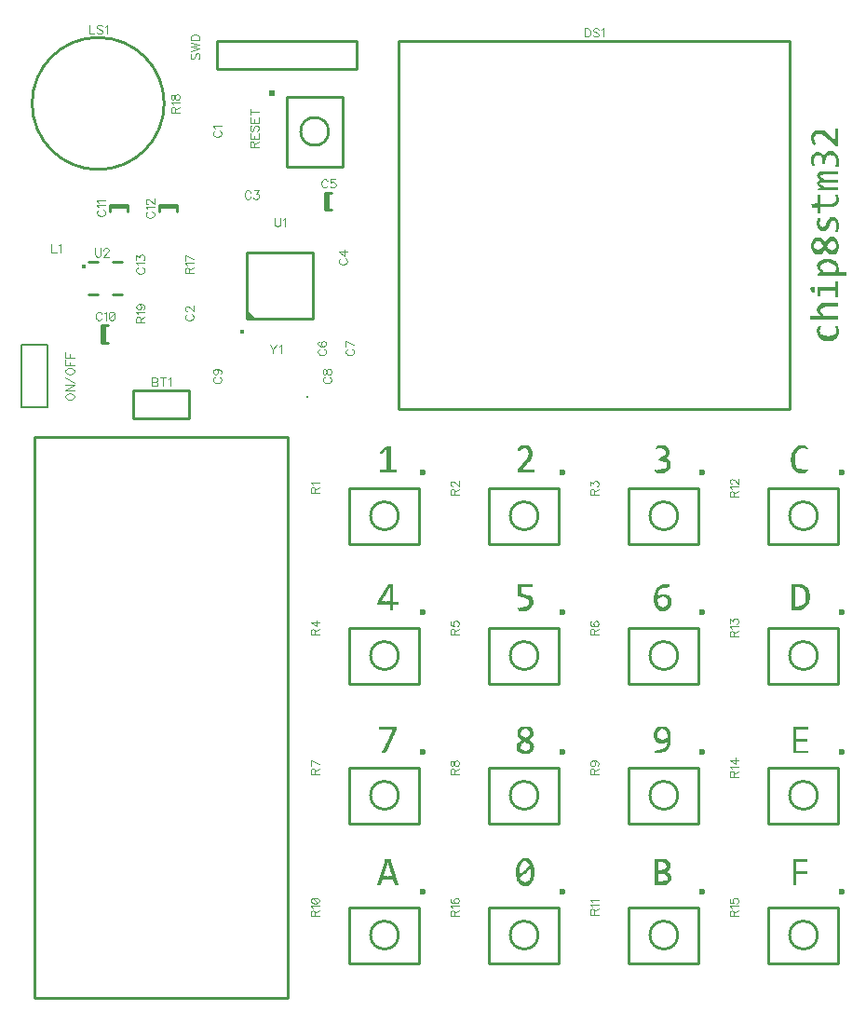
<source format=gbr>
G04 DipTrace Beta 3.0.9.0*
G04 TopSilk.gbr*
%MOIN*%
G04 #@! TF.FileFunction,Legend,Top*
G04 #@! TF.Part,Single*
%ADD10C,0.009843*%
%ADD12C,0.002992*%
%ADD26C,0.023613*%
%ADD28C,0.023638*%
%ADD30C,0.005*%
%ADD33C,0.015709*%
%ADD36C,0.01542*%
%ADD39C,0.012489*%
%ADD77C,0.004632*%
%FSLAX26Y26*%
G04*
G70*
G90*
G75*
G01*
G04 TopSilk*
%LPD*%
X450031Y2250005D2*
D10*
X649969D1*
Y2149910D1*
X450031D1*
Y2250005D1*
X97244Y2081801D2*
X1002756D1*
Y74016D1*
X97244D1*
Y2081801D1*
X1145669Y2893535D2*
Y2956465D1*
X1138220Y2893535D2*
Y2956465D1*
Y2893535D2*
X1161780D1*
X1138220Y2956465D2*
X1161780D1*
X345669Y2418535D2*
Y2481465D1*
X338220Y2418535D2*
Y2481465D1*
Y2418535D2*
X361780D1*
X338220Y2481465D2*
X361780D1*
X368535Y2904331D2*
X431465D1*
X368535Y2911780D2*
X431465D1*
X368535D2*
Y2888220D1*
X431465Y2911780D2*
Y2888220D1*
X543535Y2904331D2*
X606465D1*
X543535Y2911780D2*
X606465D1*
X543535D2*
Y2888220D1*
X606465Y2911780D2*
Y2888220D1*
X1401181Y3500000D2*
X2798819D1*
Y2181102D1*
X1401181D1*
Y3500000D1*
X749978Y3500002D2*
X1250022D1*
Y3400000D1*
X749978D1*
Y3500002D1*
X88780Y3275000D2*
G02X88780Y3275000I236220J0D01*
G01*
X1475002Y1900012D2*
X1225005D1*
Y1699988D1*
X1475002D1*
Y1900012D1*
X1299993Y1800000D2*
G02X1299993Y1800000I50010J0D01*
G01*
D26*
X1486180Y1953533D3*
X1975002Y1900012D2*
D10*
X1725005D1*
Y1699988D1*
X1975002D1*
Y1900012D1*
X1799993Y1800000D2*
G02X1799993Y1800000I50010J0D01*
G01*
D26*
X1986180Y1953533D3*
X2475002Y1900012D2*
D10*
X2225005D1*
Y1699988D1*
X2475002D1*
Y1900012D1*
X2299993Y1800000D2*
G02X2299993Y1800000I50010J0D01*
G01*
D26*
X2486180Y1953533D3*
X1475002Y1400012D2*
D10*
X1225005D1*
Y1199988D1*
X1475002D1*
Y1400012D1*
X1299993Y1300000D2*
G02X1299993Y1300000I50010J0D01*
G01*
D26*
X1486180Y1453533D3*
X1975002Y1400012D2*
D10*
X1725005D1*
Y1199988D1*
X1975002D1*
Y1400012D1*
X1799993Y1300000D2*
G02X1799993Y1300000I50010J0D01*
G01*
D26*
X1986180Y1453533D3*
X2475002Y1400012D2*
D10*
X2225005D1*
Y1199988D1*
X2475002D1*
Y1400012D1*
X2299993Y1300000D2*
G02X2299993Y1300000I50010J0D01*
G01*
D26*
X2486180Y1453533D3*
X1475002Y900012D2*
D10*
X1225005D1*
Y699988D1*
X1475002D1*
Y900012D1*
X1299993Y800000D2*
G02X1299993Y800000I50010J0D01*
G01*
D26*
X1486180Y953533D3*
X1975002Y900012D2*
D10*
X1725005D1*
Y699988D1*
X1975002D1*
Y900012D1*
X1799993Y800000D2*
G02X1799993Y800000I50010J0D01*
G01*
D26*
X1986180Y953533D3*
X2475002Y900012D2*
D10*
X2225005D1*
Y699988D1*
X2475002D1*
Y900012D1*
X2299993Y800000D2*
G02X2299993Y800000I50010J0D01*
G01*
D26*
X2486180Y953533D3*
X1475002Y400012D2*
D10*
X1225005D1*
Y199988D1*
X1475002D1*
Y400012D1*
X1299993Y300000D2*
G02X1299993Y300000I50010J0D01*
G01*
D26*
X1486180Y453533D3*
X2475002Y400012D2*
D10*
X2225005D1*
Y199988D1*
X2475002D1*
Y400012D1*
X2299993Y300000D2*
G02X2299993Y300000I50010J0D01*
G01*
D26*
X2486180Y453533D3*
X2975002Y1900012D2*
D10*
X2725005D1*
Y1699988D1*
X2975002D1*
Y1900012D1*
X2799993Y1800000D2*
G02X2799993Y1800000I50010J0D01*
G01*
D26*
X2986180Y1953533D3*
X2975002Y1400012D2*
D10*
X2725005D1*
Y1199988D1*
X2975002D1*
Y1400012D1*
X2799993Y1300000D2*
G02X2799993Y1300000I50010J0D01*
G01*
D26*
X2986180Y1453533D3*
X2975002Y900012D2*
D10*
X2725005D1*
Y699988D1*
X2975002D1*
Y900012D1*
X2799993Y800000D2*
G02X2799993Y800000I50010J0D01*
G01*
D26*
X2986180Y953533D3*
X2975002Y400012D2*
D10*
X2725005D1*
Y199988D1*
X2975002D1*
Y400012D1*
X2799993Y300000D2*
G02X2799993Y300000I50010J0D01*
G01*
D26*
X2986180Y453533D3*
X1975002Y400012D2*
D10*
X1725005D1*
Y199988D1*
X1975002D1*
Y400012D1*
X1799993Y300000D2*
G02X1799993Y300000I50010J0D01*
G01*
D26*
X1986180Y453533D3*
X999988Y3300002D2*
D10*
X1200012D1*
Y3050005D1*
X999988D1*
Y3300002D1*
X1049994Y3175004D2*
G02X1049994Y3175004I50006J0D01*
G01*
D28*
X946467Y3311180D3*
X143747Y2412512D2*
D30*
X50005D1*
Y2187488D1*
X143747D1*
Y2412512D1*
X856890Y2506850D2*
D10*
X1093110D1*
Y2743150D1*
X856890D1*
Y2506850D1*
G36*
D2*
X888386D1*
X856890Y2538386D1*
Y2506850D1*
G37*
D33*
X839154Y2459626D3*
D36*
X272579Y2690693D3*
X290938Y2709049D2*
D10*
X322444D1*
X290938Y2590951D2*
X322444D1*
X377561Y2709049D2*
X409037D1*
X377561Y2590951D2*
X409037D1*
D39*
X1075005Y2225004D3*
X2963268Y3185945D2*
D12*
X2969252D1*
X2963268Y3182953D2*
X2969252D1*
X2894449Y3179961D2*
X2915394D1*
X2963268D2*
X2969252D1*
X2890087Y3176969D2*
X2920790D1*
X2963268D2*
X2969252D1*
X2886353Y3173976D2*
X2925532D1*
X2963268D2*
X2969252D1*
X2883412Y3170984D2*
X2929526D1*
X2963268D2*
X2969252D1*
X2881337Y3167992D2*
X2933004D1*
X2963268D2*
X2969252D1*
X2879867Y3165000D2*
X2891571D1*
X2917798D2*
X2936218D1*
X2963268D2*
X2969252D1*
X2878633Y3162008D2*
X2888974D1*
X2922540D2*
X2939399D1*
X2963268D2*
X2969252D1*
X2877644Y3159016D2*
X2886827D1*
X2926534D2*
X2942804D1*
X2963268D2*
X2969252D1*
X2877046Y3156024D2*
X2885206D1*
X2930024D2*
X2946536D1*
X2963256D2*
X2969252D1*
X2876841Y3153031D2*
X2884007D1*
X2933331D2*
X2950413D1*
X2963142D2*
X2969252D1*
X2877084Y3150039D2*
X2884246D1*
X2936788D2*
X2954393D1*
X2962680D2*
X2969252D1*
X2877756Y3147047D2*
X2884830D1*
X2940529D2*
X2958701D1*
X2961657D2*
X2969252D1*
X2878607Y3144055D2*
X2885695D1*
X2944299D2*
X2969252D1*
X2879514Y3141063D2*
X2886999D1*
X2947817D2*
X2969252D1*
X2880620Y3138071D2*
X2888473D1*
X2951088D2*
X2969252D1*
X2881983Y3135079D2*
X2889716D1*
X2954207D2*
X2969252D1*
X2883627Y3132087D2*
X2889299D1*
X2957252D2*
X2969252D1*
X2885472Y3129094D2*
X2888465D1*
X2960265D2*
X2969252D1*
X2963268Y3126102D2*
X2969252D1*
X2936339Y3105157D2*
X2951299D1*
X2894449Y3102165D2*
X2903425D1*
X2932091D2*
X2956581D1*
X2890087Y3099173D2*
X2908371D1*
X2928728D2*
X2960928D1*
X2886353Y3096181D2*
X2912484D1*
X2926402D2*
X2964100D1*
X2883412Y3093189D2*
X2916162D1*
X2924734D2*
X2937401D1*
X2951060D2*
X2966418D1*
X2881337Y3090197D2*
X2920117D1*
X2923119D2*
X2933517D1*
X2956148D2*
X2968265D1*
X2879867Y3087205D2*
X2889041D1*
X2912276D2*
X2930784D1*
X2960083D2*
X2969798D1*
X2878633Y3084213D2*
X2887186D1*
X2914768D2*
X2928940D1*
X2962820D2*
X2970958D1*
X2877644Y3081220D2*
X2885802D1*
X2916544D2*
X2927616D1*
X2964865D2*
X2971649D1*
X2877035Y3078228D2*
X2884612D1*
X2917554D2*
X2926455D1*
X2965582D2*
X2971994D1*
X2876724Y3075236D2*
X2883739D1*
X2918043D2*
X2925498D1*
X2965971D2*
X2972146D1*
X2876598Y3072244D2*
X2883265D1*
X2918254D2*
X2924901D1*
X2966147D2*
X2972208D1*
X2876646Y3069252D2*
X2883860D1*
X2918337D2*
X2924595D1*
X2966218D2*
X2972231D1*
X2877006Y3066260D2*
X2884536D1*
X2918370D2*
X2924453D1*
X2966245D2*
X2972240D1*
X2877715Y3063268D2*
X2885014D1*
X2918386D2*
X2924370D1*
X2966243D2*
X2972243D1*
X2878487Y3060276D2*
X2885273D1*
X2966133D2*
X2972244D1*
X2879054Y3057283D2*
X2885398D1*
X2965671D2*
X2972244D1*
X2879488Y3054291D2*
X2885472D1*
X2964649D2*
X2972244D1*
X2963268Y3051299D2*
X2972244D1*
X2906417Y3030354D2*
X2969252D1*
X2903193Y3027362D2*
X2969252D1*
X2900744Y3024370D2*
X2969252D1*
X2898861Y3021378D2*
X2912402D1*
X2898400Y3018386D2*
X2903425D1*
X2899250Y3015394D2*
X2905982D1*
X2901768Y3012402D2*
X2909326D1*
X2905024Y3009409D2*
X2913736D1*
X2908681Y3006417D2*
X2918902D1*
X2912402Y3003425D2*
X2969252D1*
X2906773Y3000433D2*
X2969252D1*
X2902574Y2997441D2*
X2969252D1*
X2899487Y2994449D2*
X2969252D1*
X2898630Y2991457D2*
X2906417D1*
X2899283Y2988465D2*
X2903425D1*
X2901443Y2985472D2*
X2908028D1*
X2904387Y2982480D2*
X2913150D1*
X2908165Y2979488D2*
X2918677D1*
X2912402Y2976496D2*
X2969252D1*
X2906833Y2973504D2*
X2969252D1*
X2902633Y2970512D2*
X2969252D1*
X2900433Y2967520D2*
X2969252D1*
X2900433Y2949567D2*
X2906417D1*
X2963268D2*
X2969252D1*
X2900433Y2946575D2*
X2906417D1*
X2964649D2*
X2970633D1*
X2900433Y2943583D2*
X2906417D1*
X2965508D2*
X2971493D1*
X2900433Y2940591D2*
X2906417D1*
X2965943D2*
X2971927D1*
X2900433Y2937598D2*
X2906417D1*
X2966136D2*
X2972120D1*
X2900433Y2934606D2*
X2906417D1*
X2966202D2*
X2972198D1*
X2900433Y2931614D2*
X2906417D1*
X2966103D2*
X2972228D1*
X2900433Y2928622D2*
X2906417D1*
X2965801D2*
X2972227D1*
X2900433Y2925630D2*
X2906417D1*
X2964290D2*
X2972114D1*
X2900433Y2922638D2*
X2906417D1*
X2960733D2*
X2971617D1*
X2900433Y2919646D2*
X2906417D1*
X2956246D2*
X2970391D1*
X2876496Y2916654D2*
X2968295D1*
X2877877Y2913661D2*
X2965330D1*
X2878740Y2910669D2*
X2961533D1*
X2879197Y2907677D2*
X2957283D1*
X2900433Y2904685D2*
X2906417D1*
X2900433Y2901693D2*
X2906417D1*
X2900433Y2898701D2*
X2906417D1*
X2900433Y2895709D2*
X2906417D1*
X2900433Y2892717D2*
X2906417D1*
X2900433Y2889724D2*
X2906417D1*
X2900433Y2886732D2*
X2906417D1*
X2945315Y2868780D2*
X2960276D1*
X2900433Y2865787D2*
X2906417D1*
X2942078D2*
X2963614D1*
X2900319Y2862795D2*
X2906406D1*
X2939513D2*
X2966458D1*
X2899936Y2859803D2*
X2906300D1*
X2937475D2*
X2968820D1*
X2899218Y2856811D2*
X2905919D1*
X2935744D2*
X2948433D1*
X2963730D2*
X2970497D1*
X2898451Y2853819D2*
X2905214D1*
X2934161D2*
X2945929D1*
X2964472D2*
X2971453D1*
X2897929Y2850827D2*
X2904552D1*
X2932725D2*
X2944047D1*
X2965247D2*
X2971917D1*
X2897663Y2847835D2*
X2904412D1*
X2931501D2*
X2942656D1*
X2965771D2*
X2972118D1*
X2897642Y2844843D2*
X2904863D1*
X2930432D2*
X2941439D1*
X2966049D2*
X2972198D1*
X2897971Y2841850D2*
X2905666D1*
X2929211D2*
X2940356D1*
X2966176D2*
X2972228D1*
X2898679Y2838858D2*
X2906635D1*
X2927760D2*
X2939358D1*
X2966228D2*
X2972239D1*
X2899555Y2835866D2*
X2909419D1*
X2924631D2*
X2938215D1*
X2966249D2*
X2972242D1*
X2900573Y2832874D2*
X2916285D1*
X2917612D2*
X2936812D1*
X2966256D2*
X2972244D1*
X2902064Y2829882D2*
X2935019D1*
X2966247D2*
X2972232D1*
X2904170Y2826890D2*
X2932740D1*
X2966134D2*
X2972118D1*
X2906704Y2823898D2*
X2930120D1*
X2965672D2*
X2971656D1*
X2909409Y2820906D2*
X2927362D1*
X2964649D2*
X2970633D1*
X2963268Y2817913D2*
X2969252D1*
X2945315Y2796969D2*
X2954291D1*
X2891457Y2793976D2*
X2909409D1*
X2940381D2*
X2959213D1*
X2887557Y2790984D2*
X2912974D1*
X2936369D2*
X2963108D1*
X2884565Y2787992D2*
X2916228D1*
X2933036D2*
X2965935D1*
X2882399Y2785000D2*
X2919470D1*
X2929621D2*
X2968056D1*
X2880848Y2782008D2*
X2891571D1*
X2909409D2*
X2923224D1*
X2925682D2*
X2943373D1*
X2960150D2*
X2969714D1*
X2879656Y2779016D2*
X2888974D1*
X2912390D2*
X2939385D1*
X2962642D2*
X2970926D1*
X2878549Y2776024D2*
X2886816D1*
X2915265D2*
X2936282D1*
X2964418D2*
X2971638D1*
X2877613Y2773031D2*
X2885101D1*
X2917747D2*
X2933826D1*
X2965428D2*
X2971990D1*
X2877035Y2770039D2*
X2883950D1*
X2919771D2*
X2932129D1*
X2965917D2*
X2972145D1*
X2876837Y2767047D2*
X2883319D1*
X2920342D2*
X2931001D1*
X2966116D2*
X2972208D1*
X2877083Y2764055D2*
X2883896D1*
X2919587D2*
X2930985D1*
X2966083D2*
X2972231D1*
X2877756Y2761063D2*
X2884744D1*
X2917450D2*
X2932253D1*
X2965604D2*
X2972228D1*
X2878607Y2758071D2*
X2885787D1*
X2914273D2*
X2934356D1*
X2964650D2*
X2972126D1*
X2879514Y2755079D2*
X2889270D1*
X2908730D2*
X2937570D1*
X2961654D2*
X2971734D1*
X2880634Y2752087D2*
X2898467D1*
X2899694D2*
X2942473D1*
X2956951D2*
X2970901D1*
X2882139Y2749094D2*
X2921378D1*
X2930006D2*
X2949336D1*
X2950200D2*
X2969635D1*
X2884381Y2746102D2*
X2918386D1*
X2932641D2*
X2967899D1*
X2887631Y2743110D2*
X2915394D1*
X2935594D2*
X2965642D1*
X2891457Y2740118D2*
X2912402D1*
X2938907D2*
X2963029D1*
X2942323Y2737126D2*
X2960276D1*
X2924370Y2719173D2*
X2945315D1*
X2916223Y2716181D2*
X2952092D1*
X2909868Y2713189D2*
X2957682D1*
X2905397Y2710197D2*
X2962006D1*
X2902366Y2707205D2*
X2926134D1*
X2943551D2*
X2965284D1*
X2900273Y2704213D2*
X2917904D1*
X2951781D2*
X2967731D1*
X2898887Y2701220D2*
X2912034D1*
X2957662D2*
X2969571D1*
X2898206Y2698228D2*
X2907565D1*
X2962167D2*
X2970868D1*
X2898208Y2695236D2*
X2905587D1*
X2964160D2*
X2971616D1*
X2898771Y2692244D2*
X2905329D1*
X2965318D2*
X2971982D1*
X2899590Y2689252D2*
X2906324D1*
X2965874D2*
X2972142D1*
X2900585Y2686260D2*
X2907894D1*
X2966101D2*
X2972207D1*
X2902068Y2683268D2*
X2910078D1*
X2966078D2*
X2972231D1*
X2904171Y2680276D2*
X2912678D1*
X2965615D2*
X2972240D1*
X2906705Y2677283D2*
X2915500D1*
X2964423D2*
X2972243D1*
X2909409Y2674291D2*
X2918423D1*
X2962514D2*
X2972244D1*
X2905981Y2671299D2*
X2999173D1*
X2903323Y2668307D2*
X2999173D1*
X2901639Y2665315D2*
X2999173D1*
X2900433Y2662323D2*
X2999173D1*
X2963268Y2638386D2*
X2969252D1*
X2963268Y2635394D2*
X2969252D1*
X2963268Y2632402D2*
X2969252D1*
X2963268Y2629409D2*
X2969252D1*
X2963268Y2626417D2*
X2969252D1*
X2963268Y2623425D2*
X2969252D1*
X2963268Y2620433D2*
X2969252D1*
X2876496Y2617441D2*
X2888465D1*
X2900433D2*
X2969252D1*
X2875241Y2614449D2*
X2888453D1*
X2900433D2*
X2969252D1*
X2874501Y2611457D2*
X2888339D1*
X2900433D2*
X2969252D1*
X2875555Y2608465D2*
X2887877D1*
X2900433D2*
X2969252D1*
X2877340Y2605472D2*
X2886854D1*
X2900433D2*
X2906417D1*
X2963268D2*
X2969252D1*
X2879488Y2602480D2*
X2885472D1*
X2900433D2*
X2906417D1*
X2963268D2*
X2969252D1*
X2900433Y2599488D2*
X2906417D1*
X2963268D2*
X2969252D1*
X2900433Y2596496D2*
X2906417D1*
X2963268D2*
X2969252D1*
X2900433Y2593504D2*
X2906417D1*
X2963268D2*
X2969252D1*
X2900433Y2590512D2*
X2906417D1*
X2963268D2*
X2969252D1*
X2900433Y2587520D2*
X2906417D1*
X2963268D2*
X2969252D1*
X2963268Y2584528D2*
X2969252D1*
X2915394Y2560591D2*
X2969252D1*
X2910111Y2557598D2*
X2969252D1*
X2905765Y2554606D2*
X2969252D1*
X2902604Y2551614D2*
X2969252D1*
X2900392Y2548622D2*
X2919574D1*
X2898926Y2545630D2*
X2913210D1*
X2898122Y2542638D2*
X2908125D1*
X2897834Y2539646D2*
X2905809D1*
X2898057Y2536654D2*
X2905410D1*
X2898823Y2533661D2*
X2906360D1*
X2900063Y2530669D2*
X2907908D1*
X2901791Y2527677D2*
X2910083D1*
X2904047Y2524685D2*
X2912680D1*
X2906676Y2521693D2*
X2915501D1*
X2909504Y2518701D2*
X2918423D1*
X2873504Y2515709D2*
X2969252D1*
X2873504Y2512717D2*
X2969252D1*
X2873504Y2509724D2*
X2969252D1*
X2873504Y2506732D2*
X2969252D1*
X2903425Y2479803D2*
X2909409D1*
X2963268D2*
X2969252D1*
X2901930Y2476811D2*
X2908375D1*
X2964291D2*
X2970275D1*
X2900687Y2473819D2*
X2907379D1*
X2965181D2*
X2971165D1*
X2899535Y2470827D2*
X2906442D1*
X2965748D2*
X2971733D1*
X2898575Y2467835D2*
X2905538D1*
X2966041D2*
X2972026D1*
X2897987Y2464843D2*
X2904775D1*
X2966174D2*
X2972158D1*
X2897785Y2461850D2*
X2905111D1*
X2966216D2*
X2972212D1*
X2898029Y2458858D2*
X2905743D1*
X2966120D2*
X2972233D1*
X2898701Y2455866D2*
X2906640D1*
X2965629D2*
X2972228D1*
X2899552Y2452874D2*
X2908103D1*
X2964405D2*
X2972126D1*
X2900459Y2449882D2*
X2910519D1*
X2962214D2*
X2971734D1*
X2901567Y2446890D2*
X2913808D1*
X2959262D2*
X2970901D1*
X2902970Y2443898D2*
X2923589D1*
X2950857D2*
X2969635D1*
X2904876Y2440906D2*
X2938730D1*
X2937674D2*
X2967875D1*
X2907653Y2437913D2*
X2965388D1*
X2911494Y2434921D2*
X2961833D1*
X2916238Y2431929D2*
X2956959D1*
X2921378Y2428937D2*
X2951299D1*
X1357362Y2047717D2*
X1369331D1*
X1352873Y2044724D2*
X1369331D1*
X1348155Y2041732D2*
X1369331D1*
X1343557Y2038740D2*
X1369331D1*
X1339528Y2035748D2*
X1348386D1*
X1357362D2*
X1369331D1*
X1336119Y2032756D2*
X1345394D1*
X1357362D2*
X1369331D1*
X1334611Y2029764D2*
X1342402D1*
X1357362D2*
X1369331D1*
X1333425Y2026772D2*
X1339409D1*
X1357362D2*
X1369331D1*
X1357362Y2023780D2*
X1369331D1*
X1357362Y2020787D2*
X1369331D1*
X1357362Y2017795D2*
X1369331D1*
X1357362Y2014803D2*
X1369331D1*
X1357362Y2011811D2*
X1369331D1*
X1357362Y2008819D2*
X1369331D1*
X1357362Y2005827D2*
X1369331D1*
X1357362Y2002835D2*
X1369331D1*
X1357362Y1999843D2*
X1369331D1*
X1357362Y1996850D2*
X1369331D1*
X1357362Y1993858D2*
X1369331D1*
X1357362Y1990866D2*
X1369331D1*
X1357362Y1987874D2*
X1369331D1*
X1357362Y1984882D2*
X1369331D1*
X1357362Y1981890D2*
X1369331D1*
X1357362Y1978898D2*
X1369331D1*
X1357362Y1975906D2*
X1369331D1*
X1357362Y1972913D2*
X1369331D1*
X1357362Y1969921D2*
X1369331D1*
X1357362Y1966929D2*
X1369331D1*
X1333425Y1963937D2*
X1390276D1*
X1333425Y1960945D2*
X1390276D1*
X1333425Y1957953D2*
X1390276D1*
X1840512Y2050709D2*
X1861457D1*
X1835078Y2047717D2*
X1865716D1*
X1830143Y2044724D2*
X1869172D1*
X1825551Y2041732D2*
X1841062D1*
X1858339D2*
X1871765D1*
X1827141Y2038740D2*
X1836128D1*
X1860842D2*
X1873685D1*
X1828543Y2035748D2*
X1831535D1*
X1862724D2*
X1875018D1*
X1864116Y2032756D2*
X1875781D1*
X1865309Y2029764D2*
X1876153D1*
X1866182Y2026772D2*
X1876315D1*
X1866656Y2023780D2*
X1876380D1*
X1866049Y2020787D2*
X1876392D1*
X1865268Y2017795D2*
X1876296D1*
X1864398Y2014803D2*
X1875906D1*
X1863305Y2011811D2*
X1875085D1*
X1861920Y2008819D2*
X1873925D1*
X1860134Y2005827D2*
X1872570D1*
X1857855Y2002835D2*
X1871027D1*
X1855217Y1999843D2*
X1869164D1*
X1852392Y1996850D2*
X1866852D1*
X1849568Y1993858D2*
X1864201D1*
X1846981Y1990866D2*
X1861360D1*
X1844714Y1987874D2*
X1858429D1*
X1842492Y1984882D2*
X1855460D1*
X1840023Y1981890D2*
X1852488D1*
X1837309Y1978898D2*
X1849604D1*
X1834455Y1975906D2*
X1846994D1*
X1831633Y1972913D2*
X1844719D1*
X1829159Y1969921D2*
X1842502D1*
X1827389Y1966929D2*
X1840077D1*
X1826378Y1963937D2*
X1882402D1*
X1825867Y1960945D2*
X1882402D1*
X1825551Y1957953D2*
X1882402D1*
X2326654Y2050709D2*
X2350591D1*
X2323869Y2047717D2*
X2355861D1*
X2322019Y2044724D2*
X2360114D1*
X2320669Y2041732D2*
X2323661D1*
X2346885D2*
X2363412D1*
X2351126Y2038740D2*
X2364979D1*
X2354388Y2035748D2*
X2366317D1*
X2355522Y2032756D2*
X2367347D1*
X2356118Y2029764D2*
X2367874D1*
X2356285Y2026772D2*
X2367800D1*
X2355990Y2023780D2*
X2367108D1*
X2355319Y2020787D2*
X2365901D1*
X2353508Y2017795D2*
X2364198D1*
X2348805Y2014803D2*
X2362086D1*
X2342575Y2011811D2*
X2360001D1*
X2336723Y2008819D2*
X2358134D1*
X2332673Y2005827D2*
X2359999D1*
X2329646Y2002835D2*
X2362567D1*
X2341834Y1999843D2*
X2365366D1*
X2350477Y1996850D2*
X2367874D1*
X2356646Y1993858D2*
X2369672D1*
X2359197Y1990866D2*
X2370694D1*
X2361187Y1987874D2*
X2371188D1*
X2361781Y1984882D2*
X2371390D1*
X2361767Y1981890D2*
X2371370D1*
X2361105Y1978898D2*
X2371008D1*
X2359898Y1975906D2*
X2370186D1*
X2357977Y1972913D2*
X2368925D1*
X2355313Y1969921D2*
X2367189D1*
X2347037Y1966929D2*
X2364907D1*
X2317677Y1963937D2*
X2320669D1*
X2333927D2*
X2362048D1*
X2318449Y1960945D2*
X2358290D1*
X2320795Y1957953D2*
X2353318D1*
X2323661Y1954961D2*
X2347598D1*
X2833740Y2050709D2*
X2854685D1*
X2828344Y2047717D2*
X2858519D1*
X2823614Y2044724D2*
X2861386D1*
X2819725Y2041732D2*
X2834442D1*
X2857677D2*
X2863661D1*
X2816640Y2038740D2*
X2830084D1*
X2814259Y2035748D2*
X2826818D1*
X2812343Y2032756D2*
X2824224D1*
X2810675Y2029764D2*
X2822042D1*
X2809215Y2026772D2*
X2820447D1*
X2808082Y2023780D2*
X2819427D1*
X2807389Y2020787D2*
X2818599D1*
X2806942Y2017795D2*
X2817688D1*
X2806410Y2014803D2*
X2816843D1*
X2805632Y2011811D2*
X2816292D1*
X2804842Y2008819D2*
X2816004D1*
X2804312Y2005827D2*
X2815873D1*
X2804043Y2002835D2*
X2815819D1*
X2804020Y1999843D2*
X2815799D1*
X2804349Y1996850D2*
X2815803D1*
X2805045Y1993858D2*
X2815906D1*
X2805805Y1990866D2*
X2816286D1*
X2806336Y1987874D2*
X2817014D1*
X2806717Y1984882D2*
X2817886D1*
X2807237Y1981890D2*
X2818801D1*
X2808111Y1978898D2*
X2819912D1*
X2809292Y1975906D2*
X2821316D1*
X2810654Y1972913D2*
X2823304D1*
X2812211Y1969921D2*
X2825970D1*
X2814193Y1966929D2*
X2833730D1*
X2817002Y1963937D2*
X2845805D1*
X2857677D2*
X2863661D1*
X2820857Y1960945D2*
X2861511D1*
X2825606Y1957953D2*
X2858394D1*
X2830748Y1954961D2*
X2854685D1*
X1363346Y1555591D2*
X1378307D1*
X1361491Y1552598D2*
X1378307D1*
X1359773Y1549606D2*
X1378307D1*
X1358077Y1546614D2*
X1378307D1*
X1356251Y1543622D2*
X1378307D1*
X1354294Y1540630D2*
X1362770D1*
X1369331D2*
X1378307D1*
X1352361Y1537638D2*
X1361633D1*
X1369331D2*
X1378307D1*
X1350389Y1534646D2*
X1360024D1*
X1369331D2*
X1378307D1*
X1348372Y1531654D2*
X1358246D1*
X1369331D2*
X1378307D1*
X1346502Y1528661D2*
X1356337D1*
X1369331D2*
X1378307D1*
X1344794Y1525669D2*
X1354343D1*
X1369331D2*
X1378307D1*
X1343107Y1522677D2*
X1352482D1*
X1369331D2*
X1378307D1*
X1341286Y1519685D2*
X1350776D1*
X1369331D2*
X1378307D1*
X1339331Y1516693D2*
X1349091D1*
X1369331D2*
X1378307D1*
X1337400Y1513701D2*
X1347270D1*
X1369331D2*
X1378307D1*
X1335428Y1510709D2*
X1345316D1*
X1369331D2*
X1378307D1*
X1333411Y1507717D2*
X1343384D1*
X1369331D2*
X1378307D1*
X1331541Y1504724D2*
X1341422D1*
X1369331D2*
X1378307D1*
X1329845Y1501732D2*
X1339476D1*
X1369331D2*
X1378307D1*
X1328263Y1498740D2*
X1337823D1*
X1369331D2*
X1378307D1*
X1326834Y1495748D2*
X1336417D1*
X1369331D2*
X1378307D1*
X1325705Y1492756D2*
X1396260D1*
X1324977Y1489764D2*
X1396260D1*
X1324449Y1486772D2*
X1396260D1*
X1369331Y1483780D2*
X1378307D1*
X1369331Y1480787D2*
X1378307D1*
X1369331Y1477795D2*
X1378307D1*
X1369331Y1474803D2*
X1378307D1*
X1369331Y1471811D2*
X1378307D1*
X1369331Y1468819D2*
X1378307D1*
X1369331Y1465827D2*
X1378307D1*
X1828543Y1555591D2*
X1876417D1*
X1828543Y1552598D2*
X1876417D1*
X1828543Y1549606D2*
X1876417D1*
X1828543Y1546614D2*
X1837520D1*
X1828543Y1543622D2*
X1837520D1*
X1828543Y1540630D2*
X1837520D1*
X1828543Y1537638D2*
X1837520D1*
X1828543Y1534646D2*
X1837520D1*
X1828543Y1531654D2*
X1837520D1*
X1828543Y1528661D2*
X1837520D1*
X1828543Y1525669D2*
X1837520D1*
X1828543Y1522677D2*
X1837520D1*
X1828543Y1519685D2*
X1850845D1*
X1828543Y1516693D2*
X1860774D1*
X1828543Y1513701D2*
X1867498D1*
X1843596Y1510709D2*
X1872117D1*
X1854237Y1507717D2*
X1875343D1*
X1861878Y1504724D2*
X1877763D1*
X1865114Y1501732D2*
X1878611D1*
X1866338Y1498740D2*
X1879070D1*
X1866981Y1495748D2*
X1879277D1*
X1867253Y1492756D2*
X1879349D1*
X1867260Y1489764D2*
X1879275D1*
X1866909Y1486772D2*
X1878894D1*
X1866078Y1483780D2*
X1878064D1*
X1864608Y1480787D2*
X1876800D1*
X1862501Y1477795D2*
X1875052D1*
X1854563Y1474803D2*
X1872676D1*
X1825551Y1471811D2*
X1828543D1*
X1841660D2*
X1869548D1*
X1826323Y1468819D2*
X1865510D1*
X1828669Y1465827D2*
X1860670D1*
X1831535Y1462835D2*
X1855472D1*
X2347598Y1555591D2*
X2368543D1*
X2340821Y1552598D2*
X2368543D1*
X2335231Y1549606D2*
X2368543D1*
X2330907Y1546614D2*
X2355218D1*
X2327630Y1543622D2*
X2345289D1*
X2325171Y1540630D2*
X2338565D1*
X2323226Y1537638D2*
X2333946D1*
X2321547Y1534646D2*
X2330720D1*
X2320071Y1531654D2*
X2328300D1*
X2318832Y1528661D2*
X2327329D1*
X2317769Y1525669D2*
X2326405D1*
X2316711Y1522677D2*
X2325167D1*
X2315792Y1519685D2*
X2323661D1*
X2338622D2*
X2356575D1*
X2315209Y1516693D2*
X2361497D1*
X2314909Y1513701D2*
X2365392D1*
X2314773Y1510709D2*
X2336932D1*
X2352869D2*
X2368218D1*
X2314718Y1507717D2*
X2330940D1*
X2357122D2*
X2370339D1*
X2314697Y1504724D2*
X2326474D1*
X2360419D2*
X2371998D1*
X2314689Y1501732D2*
X2324796D1*
X2361987D2*
X2373210D1*
X2314698Y1498740D2*
X2324642D1*
X2363324D2*
X2373921D1*
X2314802Y1495748D2*
X2325074D1*
X2364355D2*
X2374274D1*
X2315183Y1492756D2*
X2325718D1*
X2364882D2*
X2374417D1*
X2315900Y1489764D2*
X2326204D1*
X2364808D2*
X2374374D1*
X2316679Y1486772D2*
X2326580D1*
X2364128D2*
X2374005D1*
X2317317Y1483780D2*
X2327199D1*
X2363014D2*
X2373191D1*
X2318081Y1480787D2*
X2328196D1*
X2361505D2*
X2372034D1*
X2319330Y1477795D2*
X2331013D1*
X2359597D2*
X2370668D1*
X2321100Y1474803D2*
X2335896D1*
X2353708D2*
X2369009D1*
X2323404Y1471811D2*
X2343802D1*
X2344290D2*
X2366648D1*
X2326622Y1468819D2*
X2363134D1*
X2330877Y1465827D2*
X2358587D1*
X2335630Y1462835D2*
X2353583D1*
X2806811Y1555591D2*
X2842717D1*
X2806811Y1552598D2*
X2848113D1*
X2806811Y1549606D2*
X2852843D1*
X2806811Y1546614D2*
X2815787D1*
X2839485D2*
X2856732D1*
X2806811Y1543622D2*
X2815787D1*
X2844573D2*
X2859817D1*
X2806811Y1540630D2*
X2815787D1*
X2848520D2*
X2862186D1*
X2806811Y1537638D2*
X2815787D1*
X2851362D2*
X2864008D1*
X2806811Y1534646D2*
X2815787D1*
X2853487D2*
X2865400D1*
X2806811Y1531654D2*
X2815787D1*
X2855147D2*
X2866525D1*
X2806811Y1528661D2*
X2815787D1*
X2856359D2*
X2867607D1*
X2806811Y1525669D2*
X2815787D1*
X2857071D2*
X2868534D1*
X2806811Y1522677D2*
X2815787D1*
X2857423D2*
X2869120D1*
X2806811Y1519685D2*
X2815787D1*
X2857578D2*
X2869422D1*
X2806811Y1516693D2*
X2815787D1*
X2857641D2*
X2869557D1*
X2806811Y1513701D2*
X2815787D1*
X2857664D2*
X2869613D1*
X2806811Y1510709D2*
X2815787D1*
X2857673D2*
X2869634D1*
X2806811Y1507717D2*
X2815787D1*
X2857676D2*
X2869630D1*
X2806811Y1504724D2*
X2815787D1*
X2857665D2*
X2869527D1*
X2806811Y1501732D2*
X2815787D1*
X2857560D2*
X2869147D1*
X2806811Y1498740D2*
X2815787D1*
X2857179D2*
X2868419D1*
X2806811Y1495748D2*
X2815787D1*
X2856451D2*
X2867547D1*
X2806811Y1492756D2*
X2815787D1*
X2855567D2*
X2866632D1*
X2806811Y1489764D2*
X2815787D1*
X2854547D2*
X2865521D1*
X2806811Y1486772D2*
X2815787D1*
X2853031D2*
X2864140D1*
X2806811Y1483780D2*
X2815787D1*
X2850618D2*
X2862445D1*
X2806811Y1480787D2*
X2815787D1*
X2847389D2*
X2860430D1*
X2806811Y1477795D2*
X2815787D1*
X2838651D2*
X2858010D1*
X2806811Y1474803D2*
X2815787D1*
X2825584D2*
X2854726D1*
X2806811Y1471811D2*
X2850342D1*
X2806811Y1468819D2*
X2845187D1*
X2806811Y1465827D2*
X2839724D1*
X1330433Y1043780D2*
X1390276D1*
X1330433Y1040787D2*
X1390162D1*
X1330433Y1037795D2*
X1389766D1*
X1377833Y1034803D2*
X1388944D1*
X1376986Y1031811D2*
X1387784D1*
X1375818Y1028819D2*
X1386440D1*
X1374472Y1025827D2*
X1385002D1*
X1373046Y1022835D2*
X1383532D1*
X1371669Y1019843D2*
X1382053D1*
X1370466Y1016850D2*
X1380656D1*
X1369404Y1013858D2*
X1379446D1*
X1368245Y1010866D2*
X1378382D1*
X1366935Y1007874D2*
X1377222D1*
X1365531Y1004882D2*
X1375912D1*
X1364070Y1001890D2*
X1374507D1*
X1362591Y998898D2*
X1373047D1*
X1361098Y995906D2*
X1371568D1*
X1359607Y992913D2*
X1370075D1*
X1358109Y989921D2*
X1368583D1*
X1356615Y986929D2*
X1367097D1*
X1355117Y983937D2*
X1365697D1*
X1353623Y980945D2*
X1364486D1*
X1352125Y977953D2*
X1363421D1*
X1350631Y974961D2*
X1362261D1*
X1349133Y971969D2*
X1360951D1*
X1347639Y968976D2*
X1359547D1*
X1346141Y965984D2*
X1358086D1*
X1344638Y962992D2*
X1356598D1*
X1343061Y960000D2*
X1355027D1*
X1341316Y957008D2*
X1353283D1*
X1339409Y954016D2*
X1351378D1*
X1843504Y1046772D2*
X1864449D1*
X1837863Y1043780D2*
X1868810D1*
X1833548Y1040787D2*
X1872545D1*
X1830520Y1037795D2*
X1844218D1*
X1860395D2*
X1875474D1*
X1828408Y1034803D2*
X1839976D1*
X1864278D2*
X1877772D1*
X1826996Y1031811D2*
X1836714D1*
X1866999D2*
X1878614D1*
X1826204Y1028819D2*
X1835580D1*
X1869039D2*
X1879071D1*
X1825821Y1025827D2*
X1834984D1*
X1869744D2*
X1879277D1*
X1825667Y1022835D2*
X1834829D1*
X1870016D2*
X1879349D1*
X1825706Y1019843D2*
X1835218D1*
X1869954D2*
X1879264D1*
X1826075Y1016850D2*
X1836099D1*
X1868615D2*
X1878777D1*
X1826911Y1013858D2*
X1838435D1*
X1866588D2*
X1877566D1*
X1828278Y1010866D2*
X1841716D1*
X1863853D2*
X1875585D1*
X1830397Y1007874D2*
X1846638D1*
X1860148D2*
X1873082D1*
X1833396Y1004882D2*
X1853506D1*
X1855197D2*
X1870301D1*
X1836899Y1001890D2*
X1867395D1*
X1840512Y998898D2*
X1864449D1*
X1836508Y995906D2*
X1868810D1*
X1832731Y992913D2*
X1846496D1*
X1854884D2*
X1872557D1*
X1829565Y989921D2*
X1843516D1*
X1859615D2*
X1875591D1*
X1827113Y986929D2*
X1840640D1*
X1863492D2*
X1877942D1*
X1825254Y983937D2*
X1838146D1*
X1866472D2*
X1879747D1*
X1823945Y980945D2*
X1836369D1*
X1868793D2*
X1881032D1*
X1823191Y977953D2*
X1835359D1*
X1869637D2*
X1881764D1*
X1822834Y974961D2*
X1834882D1*
X1870082D2*
X1882024D1*
X1822778Y971969D2*
X1834800D1*
X1870160D2*
X1881790D1*
X1823107Y968976D2*
X1835010D1*
X1869950D2*
X1881021D1*
X1823927Y965984D2*
X1836739D1*
X1868221D2*
X1879780D1*
X1825301Y962992D2*
X1842899D1*
X1862062D2*
X1878040D1*
X1827532Y960000D2*
X1852572D1*
X1852388D2*
X1875670D1*
X1830992Y957008D2*
X1872578D1*
X1835518Y954016D2*
X1868728D1*
X1840512Y951024D2*
X1864449D1*
X2335630Y1046772D2*
X2353583D1*
X2329887Y1043780D2*
X2357842D1*
X2325281Y1040787D2*
X2361298D1*
X2321813Y1037795D2*
X2336332D1*
X2349877D2*
X2363903D1*
X2319268Y1034803D2*
X2331985D1*
X2354130D2*
X2365928D1*
X2317385Y1031811D2*
X2328825D1*
X2357427D2*
X2367642D1*
X2316071Y1028819D2*
X2326612D1*
X2358995D2*
X2369121D1*
X2315317Y1025827D2*
X2325147D1*
X2360332D2*
X2370261D1*
X2314948Y1022835D2*
X2324330D1*
X2361375D2*
X2370944D1*
X2314787Y1019843D2*
X2323938D1*
X2362007D2*
X2371287D1*
X2314723Y1016850D2*
X2323780D1*
X2362326D2*
X2371438D1*
X2314710Y1013858D2*
X2323829D1*
X2362456D2*
X2371499D1*
X2314806Y1010866D2*
X2324302D1*
X2362385D2*
X2371523D1*
X2315196Y1007874D2*
X2325224D1*
X2362097D2*
X2371531D1*
X2316029Y1004882D2*
X2327561D1*
X2360307D2*
X2371534D1*
X2317306Y1001890D2*
X2333347D1*
X2353622D2*
X2371535D1*
X2319156Y998898D2*
X2342385D1*
X2342909D2*
X2371535D1*
X2321875Y995906D2*
X2371535D1*
X2325511Y992913D2*
X2371524D1*
X2329646Y989921D2*
X2350591D1*
X2362445D2*
X2371419D1*
X2362062Y986929D2*
X2371037D1*
X2361333Y983937D2*
X2370309D1*
X2360449Y980945D2*
X2369425D1*
X2359417Y977953D2*
X2368417D1*
X2357808Y974961D2*
X2367029D1*
X2355130Y971969D2*
X2365290D1*
X2350676Y968976D2*
X2363334D1*
X2343121Y965984D2*
X2360789D1*
X2331590Y962992D2*
X2357067D1*
X2317677Y960000D2*
X2351941D1*
X2317677Y957008D2*
X2345588D1*
X2317677Y954016D2*
X2338622D1*
X2812795Y1043780D2*
X2863661D1*
X2812795Y1040787D2*
X2863661D1*
X2812795Y1037795D2*
X2863661D1*
X2812795Y1034803D2*
X2821772D1*
X2812795Y1031811D2*
X2821772D1*
X2812795Y1028819D2*
X2821772D1*
X2812795Y1025827D2*
X2821772D1*
X2812795Y1022835D2*
X2821772D1*
X2812795Y1019843D2*
X2821772D1*
X2812795Y1016850D2*
X2821772D1*
X2812795Y1013858D2*
X2821772D1*
X2812795Y1010866D2*
X2821772D1*
X2812795Y1007874D2*
X2821772D1*
X2812795Y1004882D2*
X2821772D1*
X2812795Y1001890D2*
X2860669D1*
X2812795Y998898D2*
X2860669D1*
X2812795Y995906D2*
X2860669D1*
X2812795Y992913D2*
X2821772D1*
X2812795Y989921D2*
X2821772D1*
X2812795Y986929D2*
X2821772D1*
X2812795Y983937D2*
X2821772D1*
X2812795Y980945D2*
X2821772D1*
X2812795Y977953D2*
X2821772D1*
X2812795Y974961D2*
X2821772D1*
X2812795Y971969D2*
X2821772D1*
X2812795Y968976D2*
X2821772D1*
X2812795Y965984D2*
X2821772D1*
X2812795Y962992D2*
X2821772D1*
X2812795Y960000D2*
X2863661D1*
X2812795Y957008D2*
X2863661D1*
X2812795Y954016D2*
X2863661D1*
X1351378Y571339D2*
X1369331D1*
X1350916Y568346D2*
X1369793D1*
X1350174Y565354D2*
X1370547D1*
X1349387Y562362D2*
X1371427D1*
X1348758Y559370D2*
X1357248D1*
X1363460D2*
X1372332D1*
X1348099Y556378D2*
X1356865D1*
X1363844D2*
X1373338D1*
X1347243Y553386D2*
X1356136D1*
X1364573D2*
X1374338D1*
X1346318Y550394D2*
X1355263D1*
X1365445D2*
X1375293D1*
X1345395Y547402D2*
X1354360D1*
X1366348D2*
X1376319D1*
X1344382Y544409D2*
X1353354D1*
X1367354D2*
X1377326D1*
X1343380Y541417D2*
X1352355D1*
X1368354D2*
X1378284D1*
X1342424Y538425D2*
X1351399D1*
X1369309D2*
X1379311D1*
X1341397Y535433D2*
X1350373D1*
X1370323D2*
X1380318D1*
X1340391Y532441D2*
X1349367D1*
X1371237D2*
X1381276D1*
X1339432Y529449D2*
X1348409D1*
X1371919D2*
X1382303D1*
X1338405Y526457D2*
X1347393D1*
X1372599D2*
X1383310D1*
X1337398Y523465D2*
X1346480D1*
X1373461D2*
X1384268D1*
X1336440Y520472D2*
X1345789D1*
X1374398D2*
X1385284D1*
X1335413Y517480D2*
X1345027D1*
X1375405D2*
X1386197D1*
X1334406Y514488D2*
X1343865D1*
X1376729D2*
X1386879D1*
X1333448Y511496D2*
X1342402D1*
X1378307D2*
X1387559D1*
X1332421Y508504D2*
X1388422D1*
X1331414Y505512D2*
X1389350D1*
X1330456Y502520D2*
X1390274D1*
X1329429Y499528D2*
X1338947D1*
X1381413D2*
X1391287D1*
X1328422Y496535D2*
X1338194D1*
X1381797D2*
X1392289D1*
X1327464Y493543D2*
X1337314D1*
X1382526D2*
X1393246D1*
X1326448Y490551D2*
X1336406D1*
X1383407D2*
X1394261D1*
X1325539Y487559D2*
X1335386D1*
X1384393D2*
X1395170D1*
X1324915Y484567D2*
X1334363D1*
X1385709D2*
X1395794D1*
X1324449Y481575D2*
X1333425D1*
X1387283D2*
X1396260D1*
X1843504Y574331D2*
X1861457D1*
X1839142Y571339D2*
X1865818D1*
X1835396Y568346D2*
X1869565D1*
X1832362Y565354D2*
X1843516D1*
X1857763D2*
X1872599D1*
X1829999Y562362D2*
X1840629D1*
X1862109D2*
X1874950D1*
X1828089Y559370D2*
X1838030D1*
X1865270D2*
X1876767D1*
X1826422Y556378D2*
X1835871D1*
X1867459D2*
X1878157D1*
X1824963Y553386D2*
X1834144D1*
X1869096D2*
X1879282D1*
X1823819Y550394D2*
X1832889D1*
X1869159D2*
X1880363D1*
X1823032Y547402D2*
X1832156D1*
X1867230D2*
X1881290D1*
X1822309Y544409D2*
X1831795D1*
X1864553D2*
X1881876D1*
X1821441Y541417D2*
X1831625D1*
X1861571D2*
X1882178D1*
X1820613Y538425D2*
X1831456D1*
X1858520D2*
X1882313D1*
X1820068Y535433D2*
X1831050D1*
X1855387D2*
X1864449D1*
X1873425D2*
X1882369D1*
X1819782Y532441D2*
X1830337D1*
X1851995D2*
X1861457D1*
X1873425D2*
X1882390D1*
X1819652Y529449D2*
X1829695D1*
X1848267D2*
X1858453D1*
X1873425D2*
X1882398D1*
X1819599Y526457D2*
X1829395D1*
X1844390D2*
X1855356D1*
X1873425D2*
X1882400D1*
X1819590Y523465D2*
X1830649D1*
X1840410D2*
X1851982D1*
X1873425D2*
X1882401D1*
X1819688Y520472D2*
X1833845D1*
X1836102D2*
X1848273D1*
X1873425D2*
X1882401D1*
X1820066Y517480D2*
X1844514D1*
X1873414D2*
X1882402D1*
X1820782Y514488D2*
X1841000D1*
X1873308D2*
X1882390D1*
X1821549Y511496D2*
X1837730D1*
X1872927D2*
X1882285D1*
X1822082Y508504D2*
X1834606D1*
X1872199D2*
X1881903D1*
X1822465Y505512D2*
X1831535D1*
X1871326D2*
X1881175D1*
X1822985Y502520D2*
X1833391D1*
X1870411D2*
X1880303D1*
X1823871Y499528D2*
X1835109D1*
X1869289D2*
X1879388D1*
X1825145Y496535D2*
X1836863D1*
X1867733D2*
X1878277D1*
X1826795Y493543D2*
X1838794D1*
X1865699D2*
X1876885D1*
X1828793Y490551D2*
X1843322D1*
X1859837D2*
X1875084D1*
X1831205Y487559D2*
X1850142D1*
X1851079D2*
X1872690D1*
X1834468Y484567D2*
X1869590D1*
X1838741Y481575D2*
X1865737D1*
X1843504Y478583D2*
X1861457D1*
X2317677Y571339D2*
X2353583D1*
X2317677Y568346D2*
X2359223D1*
X2317677Y565354D2*
X2363539D1*
X2317677Y562362D2*
X2326654D1*
X2349877D2*
X2366567D1*
X2317677Y559370D2*
X2326654D1*
X2354118D2*
X2368679D1*
X2317677Y556378D2*
X2326654D1*
X2357381D2*
X2370091D1*
X2317677Y553386D2*
X2326654D1*
X2358514D2*
X2370871D1*
X2317677Y550394D2*
X2326654D1*
X2359110D2*
X2371148D1*
X2317677Y547402D2*
X2326654D1*
X2359277D2*
X2370933D1*
X2317677Y544409D2*
X2326654D1*
X2358982D2*
X2370271D1*
X2317677Y541417D2*
X2326654D1*
X2358311D2*
X2369400D1*
X2317677Y538425D2*
X2326654D1*
X2356360D2*
X2368295D1*
X2317677Y535433D2*
X2326654D1*
X2349510D2*
X2366536D1*
X2317677Y532441D2*
X2326654D1*
X2338060D2*
X2364152D1*
X2317677Y529449D2*
X2361750D1*
X2317677Y526457D2*
X2359567D1*
X2317677Y523465D2*
X2363826D1*
X2317677Y520472D2*
X2326654D1*
X2349289D2*
X2367283D1*
X2317677Y517480D2*
X2326654D1*
X2355280D2*
X2369876D1*
X2317677Y514488D2*
X2326654D1*
X2359747D2*
X2371795D1*
X2317677Y511496D2*
X2326654D1*
X2361215D2*
X2373128D1*
X2317677Y508504D2*
X2326654D1*
X2361995D2*
X2373879D1*
X2317677Y505512D2*
X2326654D1*
X2362329D2*
X2374146D1*
X2317677Y502520D2*
X2326654D1*
X2362339D2*
X2373915D1*
X2317677Y499528D2*
X2326654D1*
X2362089D2*
X2373146D1*
X2317677Y496535D2*
X2326654D1*
X2360211D2*
X2371894D1*
X2317677Y493543D2*
X2326654D1*
X2352485D2*
X2370049D1*
X2317677Y490551D2*
X2326654D1*
X2339697D2*
X2367295D1*
X2317677Y487559D2*
X2363462D1*
X2317677Y484567D2*
X2358721D1*
X2317677Y481575D2*
X2353583D1*
X2812795Y571339D2*
X2860669D1*
X2812795Y568346D2*
X2860669D1*
X2812795Y565354D2*
X2860669D1*
X2812795Y562362D2*
X2821772D1*
X2812795Y559370D2*
X2821772D1*
X2812795Y556378D2*
X2821772D1*
X2812795Y553386D2*
X2821772D1*
X2812795Y550394D2*
X2821772D1*
X2812795Y547402D2*
X2821772D1*
X2812795Y544409D2*
X2821772D1*
X2812795Y541417D2*
X2821772D1*
X2812795Y538425D2*
X2821772D1*
X2812795Y535433D2*
X2821772D1*
X2812795Y532441D2*
X2821772D1*
X2812795Y529449D2*
X2860669D1*
X2812795Y526457D2*
X2860669D1*
X2812795Y523465D2*
X2860669D1*
X2812795Y520472D2*
X2821772D1*
X2812795Y517480D2*
X2821772D1*
X2812795Y514488D2*
X2821772D1*
X2812795Y511496D2*
X2821772D1*
X2812795Y508504D2*
X2821772D1*
X2812795Y505512D2*
X2821772D1*
X2812795Y502520D2*
X2821772D1*
X2812795Y499528D2*
X2821772D1*
X2812795Y496535D2*
X2821772D1*
X2812795Y493543D2*
X2821772D1*
X2812795Y490551D2*
X2821772D1*
X2812795Y487559D2*
X2821772D1*
X2812795Y484567D2*
X2821772D1*
X2812795Y481575D2*
X2821772D1*
X2963268Y3185945D2*
Y3182953D1*
Y3179961D1*
Y3176969D1*
Y3173976D1*
Y3170984D1*
Y3167992D1*
Y3165000D1*
Y3162008D1*
Y3159016D1*
X2963256Y3156024D1*
X2963142Y3153031D1*
X2962680Y3150039D1*
X2961657Y3147047D1*
X2960276Y3144055D1*
X2969252Y3185945D2*
Y3182953D1*
Y3179961D1*
Y3176969D1*
Y3173976D1*
Y3170984D1*
Y3167992D1*
Y3165000D1*
Y3162008D1*
Y3159016D1*
Y3156024D1*
Y3153031D1*
Y3150039D1*
Y3147047D1*
Y3144055D1*
Y3141063D1*
Y3138071D1*
Y3135079D1*
Y3132087D1*
Y3129094D1*
Y3126102D1*
X2894449Y3179961D2*
X2890087Y3176969D1*
X2886353Y3173976D1*
X2883412Y3170984D1*
X2881337Y3167992D1*
X2879867Y3165000D1*
X2878633Y3162008D1*
X2877644Y3159016D1*
X2877046Y3156024D1*
X2876841Y3153031D1*
X2877084Y3150039D1*
X2877756Y3147047D1*
X2878607Y3144055D1*
X2879514Y3141063D1*
X2880620Y3138071D1*
X2881983Y3135079D1*
X2883627Y3132087D1*
X2885472Y3129094D1*
X2915394Y3179961D2*
X2920790Y3176969D1*
X2925532Y3173976D1*
X2929526Y3170984D1*
X2933004Y3167992D1*
X2936218Y3165000D1*
X2939399Y3162008D1*
X2942804Y3159016D1*
X2946536Y3156024D1*
X2950413Y3153031D1*
X2954393Y3150039D1*
X2958701Y3147047D1*
X2963268Y3144055D1*
X2894449Y3167992D2*
X2891571Y3165000D1*
X2888974Y3162008D1*
X2886827Y3159016D1*
X2885206Y3156024D1*
X2884007Y3153031D1*
X2884246Y3150039D1*
X2884830Y3147047D1*
X2885695Y3144055D1*
X2886999Y3141063D1*
X2888473Y3138071D1*
X2889716Y3135079D1*
X2889299Y3132087D1*
X2888465Y3129094D1*
X2912402Y3167992D2*
X2917798Y3165000D1*
X2922540Y3162008D1*
X2926534Y3159016D1*
X2930024Y3156024D1*
X2933331Y3153031D1*
X2936788Y3150039D1*
X2940529Y3147047D1*
X2944299Y3144055D1*
X2947817Y3141063D1*
X2951088Y3138071D1*
X2954207Y3135079D1*
X2957252Y3132087D1*
X2960265Y3129094D1*
X2963268Y3126102D1*
X2936339Y3105157D2*
X2932091Y3102165D1*
X2928728Y3099173D1*
X2926402Y3096181D1*
X2924734Y3093189D1*
X2923119Y3090197D1*
X2921378Y3087205D1*
X2951299Y3105157D2*
X2956581Y3102165D1*
X2960928Y3099173D1*
X2964100Y3096181D1*
X2966418Y3093189D1*
X2968265Y3090197D1*
X2969798Y3087205D1*
X2970958Y3084213D1*
X2971649Y3081220D1*
X2971994Y3078228D1*
X2972146Y3075236D1*
X2972208Y3072244D1*
X2972231Y3069252D1*
X2972240Y3066260D1*
X2972243Y3063268D1*
X2972244Y3060276D1*
Y3057283D1*
Y3054291D1*
Y3051299D1*
X2894449Y3102165D2*
X2890087Y3099173D1*
X2886353Y3096181D1*
X2883412Y3093189D1*
X2881337Y3090197D1*
X2879867Y3087205D1*
X2878633Y3084213D1*
X2877644Y3081220D1*
X2877035Y3078228D1*
X2876724Y3075236D1*
X2876598Y3072244D1*
X2876646Y3069252D1*
X2877006Y3066260D1*
X2877715Y3063268D1*
X2878487Y3060276D1*
X2879054Y3057283D1*
X2879488Y3054291D1*
X2903425Y3102165D2*
X2908371Y3099173D1*
X2912484Y3096181D1*
X2916162Y3093189D1*
X2920117Y3090197D1*
X2924370Y3087205D1*
X2942323Y3096181D2*
X2937401Y3093189D1*
X2933517Y3090197D1*
X2930784Y3087205D1*
X2928940Y3084213D1*
X2927616Y3081220D1*
X2926455Y3078228D1*
X2925498Y3075236D1*
X2924901Y3072244D1*
X2924595Y3069252D1*
X2924453Y3066260D1*
X2924370Y3063268D1*
X2945315Y3096181D2*
X2951060Y3093189D1*
X2956148Y3090197D1*
X2960083Y3087205D1*
X2962820Y3084213D1*
X2964865Y3081220D1*
X2965582Y3078228D1*
X2965971Y3075236D1*
X2966147Y3072244D1*
X2966218Y3069252D1*
X2966245Y3066260D1*
X2966243Y3063268D1*
X2966133Y3060276D1*
X2965671Y3057283D1*
X2964649Y3054291D1*
X2963268Y3051299D1*
X2891457Y3090197D2*
X2889041Y3087205D1*
X2887186Y3084213D1*
X2885802Y3081220D1*
X2884612Y3078228D1*
X2883739Y3075236D1*
X2883265Y3072244D1*
X2883860Y3069252D1*
X2884536Y3066260D1*
X2885014Y3063268D1*
X2885273Y3060276D1*
X2885398Y3057283D1*
X2885472Y3054291D1*
X2909409Y3090197D2*
X2912276Y3087205D1*
X2914768Y3084213D1*
X2916544Y3081220D1*
X2917554Y3078228D1*
X2918043Y3075236D1*
X2918254Y3072244D1*
X2918337Y3069252D1*
X2918370Y3066260D1*
X2918386Y3063268D1*
X2906417Y3030354D2*
X2903193Y3027362D1*
X2900744Y3024370D1*
X2898861Y3021378D1*
X2898400Y3018386D1*
X2899250Y3015394D1*
X2901768Y3012402D1*
X2905024Y3009409D1*
X2908681Y3006417D1*
X2912402Y3003425D1*
X2906773Y3000433D1*
X2902574Y2997441D1*
X2899487Y2994449D1*
X2898630Y2991457D1*
X2899283Y2988465D1*
X2901443Y2985472D1*
X2904387Y2982480D1*
X2908165Y2979488D1*
X2912402Y2976496D1*
X2906833Y2973504D1*
X2902633Y2970512D1*
X2900433Y2967520D1*
X2969252Y3030354D2*
Y3027362D1*
Y3024370D1*
X2921378D2*
X2912402Y3021378D1*
X2903425Y3018386D1*
X2905982Y3015394D1*
X2909326Y3012402D1*
X2913736Y3009409D1*
X2918902Y3006417D1*
X2924370Y3003425D1*
X2969252D2*
Y3000433D1*
Y2997441D1*
Y2994449D1*
X2909409D2*
X2906417Y2991457D1*
X2903425Y2988465D1*
X2908028Y2985472D1*
X2913150Y2982480D1*
X2918677Y2979488D1*
X2924370Y2976496D1*
X2969252D2*
Y2973504D1*
Y2970512D1*
Y2967520D1*
X2900433Y2949567D2*
Y2946575D1*
Y2943583D1*
Y2940591D1*
Y2937598D1*
Y2934606D1*
Y2931614D1*
Y2928622D1*
Y2925630D1*
Y2922638D1*
Y2919646D1*
X2876496Y2916654D1*
X2877877Y2913661D1*
X2878740Y2910669D1*
X2879197Y2907677D1*
X2879488Y2904685D1*
X2900433D1*
Y2901693D1*
Y2898701D1*
Y2895709D1*
Y2892717D1*
Y2889724D1*
Y2886732D1*
X2906417Y2949567D2*
Y2946575D1*
Y2943583D1*
Y2940591D1*
Y2937598D1*
Y2934606D1*
Y2931614D1*
Y2928622D1*
Y2925630D1*
Y2922638D1*
Y2919646D1*
Y2916654D1*
X2963268Y2949567D2*
X2964649Y2946575D1*
X2965508Y2943583D1*
X2965943Y2940591D1*
X2966136Y2937598D1*
X2966202Y2934606D1*
X2966103Y2931614D1*
X2965801Y2928622D1*
X2964290Y2925630D1*
X2960733Y2922638D1*
X2956246Y2919646D1*
X2951299Y2916654D1*
X2969252Y2949567D2*
X2970633Y2946575D1*
X2971493Y2943583D1*
X2971927Y2940591D1*
X2972120Y2937598D1*
X2972198Y2934606D1*
X2972228Y2931614D1*
X2972227Y2928622D1*
X2972114Y2925630D1*
X2971617Y2922638D1*
X2970391Y2919646D1*
X2968295Y2916654D1*
X2965330Y2913661D1*
X2961533Y2910669D1*
X2957283Y2907677D1*
X2906417D2*
Y2904685D1*
Y2901693D1*
Y2898701D1*
Y2895709D1*
Y2892717D1*
Y2889724D1*
Y2886732D1*
X2945315Y2868780D2*
X2942078Y2865787D1*
X2939513Y2862795D1*
X2937475Y2859803D1*
X2935744Y2856811D1*
X2934161Y2853819D1*
X2932725Y2850827D1*
X2931501Y2847835D1*
X2930432Y2844843D1*
X2929211Y2841850D1*
X2927760Y2838858D1*
X2924631Y2835866D1*
X2917612Y2832874D1*
X2909409Y2829882D1*
X2960276Y2868780D2*
X2963614Y2865787D1*
X2966458Y2862795D1*
X2968820Y2859803D1*
X2970497Y2856811D1*
X2971453Y2853819D1*
X2971917Y2850827D1*
X2972118Y2847835D1*
X2972198Y2844843D1*
X2972228Y2841850D1*
X2972239Y2838858D1*
X2972242Y2835866D1*
X2972244Y2832874D1*
X2972232Y2829882D1*
X2972118Y2826890D1*
X2971656Y2823898D1*
X2970633Y2820906D1*
X2969252Y2817913D1*
X2900433Y2865787D2*
X2900319Y2862795D1*
X2899936Y2859803D1*
X2899218Y2856811D1*
X2898451Y2853819D1*
X2897929Y2850827D1*
X2897663Y2847835D1*
X2897642Y2844843D1*
X2897971Y2841850D1*
X2898679Y2838858D1*
X2899555Y2835866D1*
X2900573Y2832874D1*
X2902064Y2829882D1*
X2904170Y2826890D1*
X2906704Y2823898D1*
X2909409Y2820906D1*
X2906417Y2865787D2*
X2906406Y2862795D1*
X2906300Y2859803D1*
X2905919Y2856811D1*
X2905214Y2853819D1*
X2904552Y2850827D1*
X2904412Y2847835D1*
X2904863Y2844843D1*
X2905666Y2841850D1*
X2906635Y2838858D1*
X2909419Y2835866D1*
X2916285Y2832874D1*
X2924370Y2829882D1*
X2951299Y2859803D2*
X2948433Y2856811D1*
X2945929Y2853819D1*
X2944047Y2850827D1*
X2942656Y2847835D1*
X2941439Y2844843D1*
X2940356Y2841850D1*
X2939358Y2838858D1*
X2938215Y2835866D1*
X2936812Y2832874D1*
X2935019Y2829882D1*
X2932740Y2826890D1*
X2930120Y2823898D1*
X2927362Y2820906D1*
X2963268Y2859803D2*
X2963730Y2856811D1*
X2964472Y2853819D1*
X2965247Y2850827D1*
X2965771Y2847835D1*
X2966049Y2844843D1*
X2966176Y2841850D1*
X2966228Y2838858D1*
X2966249Y2835866D1*
X2966256Y2832874D1*
X2966247Y2829882D1*
X2966134Y2826890D1*
X2965672Y2823898D1*
X2964649Y2820906D1*
X2963268Y2817913D1*
X2945315Y2796969D2*
X2940381Y2793976D1*
X2936369Y2790984D1*
X2933036Y2787992D1*
X2929621Y2785000D1*
X2925682Y2782008D1*
X2921378Y2779016D1*
X2954291Y2796969D2*
X2959213Y2793976D1*
X2963108Y2790984D1*
X2965935Y2787992D1*
X2968056Y2785000D1*
X2969714Y2782008D1*
X2970926Y2779016D1*
X2971638Y2776024D1*
X2971990Y2773031D1*
X2972145Y2770039D1*
X2972208Y2767047D1*
X2972231Y2764055D1*
X2972228Y2761063D1*
X2972126Y2758071D1*
X2971734Y2755079D1*
X2970901Y2752087D1*
X2969635Y2749094D1*
X2967899Y2746102D1*
X2965642Y2743110D1*
X2963029Y2740118D1*
X2960276Y2737126D1*
X2891457Y2793976D2*
X2887557Y2790984D1*
X2884565Y2787992D1*
X2882399Y2785000D1*
X2880848Y2782008D1*
X2879656Y2779016D1*
X2878549Y2776024D1*
X2877613Y2773031D1*
X2877035Y2770039D1*
X2876837Y2767047D1*
X2877083Y2764055D1*
X2877756Y2761063D1*
X2878607Y2758071D1*
X2879514Y2755079D1*
X2880634Y2752087D1*
X2882139Y2749094D1*
X2884381Y2746102D1*
X2887631Y2743110D1*
X2891457Y2740118D1*
X2909409Y2793976D2*
X2912974Y2790984D1*
X2916228Y2787992D1*
X2919470Y2785000D1*
X2923224Y2782008D1*
X2927362Y2779016D1*
X2894449Y2785000D2*
X2891571Y2782008D1*
X2888974Y2779016D1*
X2886816Y2776024D1*
X2885101Y2773031D1*
X2883950Y2770039D1*
X2883319Y2767047D1*
X2883896Y2764055D1*
X2884744Y2761063D1*
X2885787Y2758071D1*
X2889270Y2755079D1*
X2898467Y2752087D1*
X2909409Y2749094D1*
X2906417Y2785000D2*
X2909409Y2782008D1*
X2912390Y2779016D1*
X2915265Y2776024D1*
X2917747Y2773031D1*
X2919771Y2770039D1*
X2920342Y2767047D1*
X2919587Y2764055D1*
X2917450Y2761063D1*
X2914273Y2758071D1*
X2908730Y2755079D1*
X2899694Y2752087D1*
X2888465Y2749094D1*
X2948307Y2785000D2*
X2943373Y2782008D1*
X2939385Y2779016D1*
X2936282Y2776024D1*
X2933826Y2773031D1*
X2932129Y2770039D1*
X2931001Y2767047D1*
X2930985Y2764055D1*
X2932253Y2761063D1*
X2934356Y2758071D1*
X2937570Y2755079D1*
X2942473Y2752087D1*
X2949336Y2749094D1*
X2957283Y2746102D1*
Y2785000D2*
X2960150Y2782008D1*
X2962642Y2779016D1*
X2964418Y2776024D1*
X2965428Y2773031D1*
X2965917Y2770039D1*
X2966116Y2767047D1*
X2966083Y2764055D1*
X2965604Y2761063D1*
X2964650Y2758071D1*
X2961654Y2755079D1*
X2956951Y2752087D1*
X2950200Y2749094D1*
X2942323Y2746102D1*
X2924370Y2752087D2*
X2921378Y2749094D1*
X2918386Y2746102D1*
X2915394Y2743110D1*
X2912402Y2740118D1*
X2927362Y2752087D2*
X2930006Y2749094D1*
X2932641Y2746102D1*
X2935594Y2743110D1*
X2938907Y2740118D1*
X2942323Y2737126D1*
X2924370Y2719173D2*
X2916223Y2716181D1*
X2909868Y2713189D1*
X2905397Y2710197D1*
X2902366Y2707205D1*
X2900273Y2704213D1*
X2898887Y2701220D1*
X2898206Y2698228D1*
X2898208Y2695236D1*
X2898771Y2692244D1*
X2899590Y2689252D1*
X2900585Y2686260D1*
X2902068Y2683268D1*
X2904171Y2680276D1*
X2906705Y2677283D1*
X2909409Y2674291D1*
X2905981Y2671299D1*
X2903323Y2668307D1*
X2901639Y2665315D1*
X2900433Y2662323D1*
X2945315Y2719173D2*
X2952092Y2716181D1*
X2957682Y2713189D1*
X2962006Y2710197D1*
X2965284Y2707205D1*
X2967731Y2704213D1*
X2969571Y2701220D1*
X2970868Y2698228D1*
X2971616Y2695236D1*
X2971982Y2692244D1*
X2972142Y2689252D1*
X2972207Y2686260D1*
X2972231Y2683268D1*
X2972240Y2680276D1*
X2972243Y2677283D1*
X2972244Y2674291D1*
Y2671299D1*
X2999173D1*
Y2668307D1*
Y2665315D1*
Y2662323D1*
X2936339Y2710197D2*
X2926134Y2707205D1*
X2917904Y2704213D1*
X2912034Y2701220D1*
X2907565Y2698228D1*
X2905587Y2695236D1*
X2905329Y2692244D1*
X2906324Y2689252D1*
X2907894Y2686260D1*
X2910078Y2683268D1*
X2912678Y2680276D1*
X2915500Y2677283D1*
X2918423Y2674291D1*
X2921378Y2671299D1*
X2933346Y2710197D2*
X2943551Y2707205D1*
X2951781Y2704213D1*
X2957662Y2701220D1*
X2962167Y2698228D1*
X2964160Y2695236D1*
X2965318Y2692244D1*
X2965874Y2689252D1*
X2966101Y2686260D1*
X2966078Y2683268D1*
X2965615Y2680276D1*
X2964423Y2677283D1*
X2962514Y2674291D1*
X2960276Y2671299D1*
X2963268Y2638386D2*
Y2635394D1*
Y2632402D1*
Y2629409D1*
Y2626417D1*
Y2623425D1*
Y2620433D1*
Y2617441D1*
X2969252Y2638386D2*
Y2635394D1*
Y2632402D1*
Y2629409D1*
Y2626417D1*
Y2623425D1*
Y2620433D1*
Y2617441D1*
Y2614449D1*
Y2611457D1*
Y2608465D1*
Y2605472D1*
Y2602480D1*
Y2599488D1*
Y2596496D1*
Y2593504D1*
Y2590512D1*
Y2587520D1*
Y2584528D1*
X2876496Y2617441D2*
X2875241Y2614449D1*
X2874501Y2611457D1*
X2875555Y2608465D1*
X2877340Y2605472D1*
X2879488Y2602480D1*
X2888465Y2617441D2*
X2888453Y2614449D1*
X2888339Y2611457D1*
X2887877Y2608465D1*
X2886854Y2605472D1*
X2885472Y2602480D1*
X2900433Y2617441D2*
Y2614449D1*
Y2611457D1*
Y2608465D1*
Y2605472D1*
Y2602480D1*
Y2599488D1*
Y2596496D1*
Y2593504D1*
Y2590512D1*
Y2587520D1*
X2906417Y2608465D2*
Y2605472D1*
Y2602480D1*
Y2599488D1*
Y2596496D1*
Y2593504D1*
Y2590512D1*
Y2587520D1*
X2963268Y2608465D2*
Y2605472D1*
Y2602480D1*
Y2599488D1*
Y2596496D1*
Y2593504D1*
Y2590512D1*
Y2587520D1*
Y2584528D1*
X2915394Y2560591D2*
X2910111Y2557598D1*
X2905765Y2554606D1*
X2902604Y2551614D1*
X2900392Y2548622D1*
X2898926Y2545630D1*
X2898122Y2542638D1*
X2897834Y2539646D1*
X2898057Y2536654D1*
X2898823Y2533661D1*
X2900063Y2530669D1*
X2901791Y2527677D1*
X2904047Y2524685D1*
X2906676Y2521693D1*
X2909504Y2518701D1*
X2912402Y2515709D1*
X2969252Y2560591D2*
Y2557598D1*
Y2554606D1*
Y2551614D1*
X2927362D2*
X2919574Y2548622D1*
X2913210Y2545630D1*
X2908125Y2542638D1*
X2905809Y2539646D1*
X2905410Y2536654D1*
X2906360Y2533661D1*
X2907908Y2530669D1*
X2910083Y2527677D1*
X2912680Y2524685D1*
X2915501Y2521693D1*
X2918423Y2518701D1*
X2921378Y2515709D1*
X2873504D2*
Y2512717D1*
Y2509724D1*
Y2506732D1*
X2969252Y2515709D2*
Y2512717D1*
Y2509724D1*
Y2506732D1*
X2903425Y2479803D2*
X2901930Y2476811D1*
X2900687Y2473819D1*
X2899535Y2470827D1*
X2898575Y2467835D1*
X2897987Y2464843D1*
X2897785Y2461850D1*
X2898029Y2458858D1*
X2898701Y2455866D1*
X2899552Y2452874D1*
X2900459Y2449882D1*
X2901567Y2446890D1*
X2902970Y2443898D1*
X2904876Y2440906D1*
X2907653Y2437913D1*
X2911494Y2434921D1*
X2916238Y2431929D1*
X2921378Y2428937D1*
X2909409Y2479803D2*
X2908375Y2476811D1*
X2907379Y2473819D1*
X2906442Y2470827D1*
X2905538Y2467835D1*
X2904775Y2464843D1*
X2905111Y2461850D1*
X2905743Y2458858D1*
X2906640Y2455866D1*
X2908103Y2452874D1*
X2910519Y2449882D1*
X2913808Y2446890D1*
X2923589Y2443898D1*
X2938730Y2440906D1*
X2957283Y2437913D1*
X2963268Y2479803D2*
X2964291Y2476811D1*
X2965181Y2473819D1*
X2965748Y2470827D1*
X2966041Y2467835D1*
X2966174Y2464843D1*
X2966216Y2461850D1*
X2966120Y2458858D1*
X2965629Y2455866D1*
X2964405Y2452874D1*
X2962214Y2449882D1*
X2959262Y2446890D1*
X2950857Y2443898D1*
X2937674Y2440906D1*
X2921378Y2437913D1*
X2969252Y2479803D2*
X2970275Y2476811D1*
X2971165Y2473819D1*
X2971733Y2470827D1*
X2972026Y2467835D1*
X2972158Y2464843D1*
X2972212Y2461850D1*
X2972233Y2458858D1*
X2972228Y2455866D1*
X2972126Y2452874D1*
X2971734Y2449882D1*
X2970901Y2446890D1*
X2969635Y2443898D1*
X2967875Y2440906D1*
X2965388Y2437913D1*
X2961833Y2434921D1*
X2956959Y2431929D1*
X2951299Y2428937D1*
X1357362Y2047717D2*
X1352873Y2044724D1*
X1348155Y2041732D1*
X1343557Y2038740D1*
X1339528Y2035748D1*
X1336119Y2032756D1*
X1334611Y2029764D1*
X1333425Y2026772D1*
X1369331Y2047717D2*
Y2044724D1*
Y2041732D1*
Y2038740D1*
Y2035748D1*
Y2032756D1*
Y2029764D1*
Y2026772D1*
Y2023780D1*
Y2020787D1*
Y2017795D1*
Y2014803D1*
Y2011811D1*
Y2008819D1*
Y2005827D1*
Y2002835D1*
Y1999843D1*
Y1996850D1*
Y1993858D1*
Y1990866D1*
Y1987874D1*
Y1984882D1*
Y1981890D1*
Y1978898D1*
Y1975906D1*
Y1972913D1*
Y1969921D1*
Y1966929D1*
Y1963937D1*
X1390276D1*
Y1960945D1*
Y1957953D1*
X1351378Y2038740D2*
X1348386Y2035748D1*
X1345394Y2032756D1*
X1342402Y2029764D1*
X1339409Y2026772D1*
X1357362Y2038740D2*
Y2035748D1*
Y2032756D1*
Y2029764D1*
Y2026772D1*
Y2023780D1*
Y2020787D1*
Y2017795D1*
Y2014803D1*
Y2011811D1*
Y2008819D1*
Y2005827D1*
Y2002835D1*
Y1999843D1*
Y1996850D1*
Y1993858D1*
Y1990866D1*
Y1987874D1*
Y1984882D1*
Y1981890D1*
Y1978898D1*
Y1975906D1*
Y1972913D1*
Y1969921D1*
Y1966929D1*
Y1963937D1*
X1333425D1*
Y1960945D1*
Y1957953D1*
X1840512Y2050709D2*
X1835078Y2047717D1*
X1830143Y2044724D1*
X1825551Y2041732D1*
X1827141Y2038740D1*
X1828543Y2035748D1*
X1861457Y2050709D2*
X1865716Y2047717D1*
X1869172Y2044724D1*
X1871765Y2041732D1*
X1873685Y2038740D1*
X1875018Y2035748D1*
X1875781Y2032756D1*
X1876153Y2029764D1*
X1876315Y2026772D1*
X1876380Y2023780D1*
X1876392Y2020787D1*
X1876296Y2017795D1*
X1875906Y2014803D1*
X1875085Y2011811D1*
X1873925Y2008819D1*
X1872570Y2005827D1*
X1871027Y2002835D1*
X1869164Y1999843D1*
X1866852Y1996850D1*
X1864201Y1993858D1*
X1861360Y1990866D1*
X1858429Y1987874D1*
X1855460Y1984882D1*
X1852488Y1981890D1*
X1849604Y1978898D1*
X1846994Y1975906D1*
X1844719Y1972913D1*
X1842502Y1969921D1*
X1840077Y1966929D1*
X1837520Y1963937D1*
X1846496Y2044724D2*
X1841062Y2041732D1*
X1836128Y2038740D1*
X1831535Y2035748D1*
X1855472Y2044724D2*
X1858339Y2041732D1*
X1860842Y2038740D1*
X1862724Y2035748D1*
X1864116Y2032756D1*
X1865309Y2029764D1*
X1866182Y2026772D1*
X1866656Y2023780D1*
X1866049Y2020787D1*
X1865268Y2017795D1*
X1864398Y2014803D1*
X1863305Y2011811D1*
X1861920Y2008819D1*
X1860134Y2005827D1*
X1857855Y2002835D1*
X1855217Y1999843D1*
X1852392Y1996850D1*
X1849568Y1993858D1*
X1846981Y1990866D1*
X1844714Y1987874D1*
X1842492Y1984882D1*
X1840023Y1981890D1*
X1837309Y1978898D1*
X1834455Y1975906D1*
X1831633Y1972913D1*
X1829159Y1969921D1*
X1827389Y1966929D1*
X1826378Y1963937D1*
X1825867Y1960945D1*
X1825551Y1957953D1*
X1882402Y1963937D2*
Y1960945D1*
Y1957953D1*
X2326654Y2050709D2*
X2323869Y2047717D1*
X2322019Y2044724D1*
X2320669Y2041732D1*
X2350591Y2050709D2*
X2355861Y2047717D1*
X2360114Y2044724D1*
X2363412Y2041732D1*
X2364979Y2038740D1*
X2366317Y2035748D1*
X2367347Y2032756D1*
X2367874Y2029764D1*
X2367800Y2026772D1*
X2367108Y2023780D1*
X2365901Y2020787D1*
X2364198Y2017795D1*
X2362086Y2014803D1*
X2360001Y2011811D1*
X2358134Y2008819D1*
X2359999Y2005827D1*
X2362567Y2002835D1*
X2365366Y1999843D1*
X2367874Y1996850D1*
X2369672Y1993858D1*
X2370694Y1990866D1*
X2371188Y1987874D1*
X2371390Y1984882D1*
X2371370Y1981890D1*
X2371008Y1978898D1*
X2370186Y1975906D1*
X2368925Y1972913D1*
X2367189Y1969921D1*
X2364907Y1966929D1*
X2362048Y1963937D1*
X2358290Y1960945D1*
X2353318Y1957953D1*
X2347598Y1954961D1*
X2326654Y2044724D2*
X2323661Y2041732D1*
X2341614Y2044724D2*
X2346885Y2041732D1*
X2351126Y2038740D1*
X2354388Y2035748D1*
X2355522Y2032756D1*
X2356118Y2029764D1*
X2356285Y2026772D1*
X2355990Y2023780D1*
X2355319Y2020787D1*
X2353508Y2017795D1*
X2348805Y2014803D1*
X2342575Y2011811D1*
X2336723Y2008819D1*
X2332673Y2005827D1*
X2329646Y2002835D1*
X2341834Y1999843D1*
X2350477Y1996850D1*
X2356646Y1993858D1*
X2359197Y1990866D1*
X2361187Y1987874D1*
X2361781Y1984882D1*
X2361767Y1981890D1*
X2361105Y1978898D1*
X2359898Y1975906D1*
X2357977Y1972913D1*
X2355313Y1969921D1*
X2347037Y1966929D1*
X2333927Y1963937D1*
X2317677Y1960945D1*
Y1963937D2*
X2318449Y1960945D1*
X2320795Y1957953D1*
X2323661Y1954961D1*
X2320669Y1963937D2*
X2323661Y1960945D1*
X2833740Y2050709D2*
X2828344Y2047717D1*
X2823614Y2044724D1*
X2819725Y2041732D1*
X2816640Y2038740D1*
X2814259Y2035748D1*
X2812343Y2032756D1*
X2810675Y2029764D1*
X2809215Y2026772D1*
X2808082Y2023780D1*
X2807389Y2020787D1*
X2806942Y2017795D1*
X2806410Y2014803D1*
X2805632Y2011811D1*
X2804842Y2008819D1*
X2804312Y2005827D1*
X2804043Y2002835D1*
X2804020Y1999843D1*
X2804349Y1996850D1*
X2805045Y1993858D1*
X2805805Y1990866D1*
X2806336Y1987874D1*
X2806717Y1984882D1*
X2807237Y1981890D1*
X2808111Y1978898D1*
X2809292Y1975906D1*
X2810654Y1972913D1*
X2812211Y1969921D1*
X2814193Y1966929D1*
X2817002Y1963937D1*
X2820857Y1960945D1*
X2825606Y1957953D1*
X2830748Y1954961D1*
X2854685Y2050709D2*
X2858519Y2047717D1*
X2861386Y2044724D1*
X2863661Y2041732D1*
X2839724Y2044724D2*
X2834442Y2041732D1*
X2830084Y2038740D1*
X2826818Y2035748D1*
X2824224Y2032756D1*
X2822042Y2029764D1*
X2820447Y2026772D1*
X2819427Y2023780D1*
X2818599Y2020787D1*
X2817688Y2017795D1*
X2816843Y2014803D1*
X2816292Y2011811D1*
X2816004Y2008819D1*
X2815873Y2005827D1*
X2815819Y2002835D1*
X2815799Y1999843D1*
X2815803Y1996850D1*
X2815906Y1993858D1*
X2816286Y1990866D1*
X2817014Y1987874D1*
X2817886Y1984882D1*
X2818801Y1981890D1*
X2819912Y1978898D1*
X2821316Y1975906D1*
X2823304Y1972913D1*
X2825970Y1969921D1*
X2833730Y1966929D1*
X2845805Y1963937D1*
X2860669Y1960945D1*
X2854685Y2044724D2*
X2857677Y2041732D1*
Y1963937D2*
X2854685Y1960945D1*
X2863661Y1963937D2*
X2861511Y1960945D1*
X2858394Y1957953D1*
X2854685Y1954961D1*
X1363346Y1555591D2*
X1361491Y1552598D1*
X1359773Y1549606D1*
X1358077Y1546614D1*
X1356251Y1543622D1*
X1354294Y1540630D1*
X1352361Y1537638D1*
X1350389Y1534646D1*
X1348372Y1531654D1*
X1346502Y1528661D1*
X1344794Y1525669D1*
X1343107Y1522677D1*
X1341286Y1519685D1*
X1339331Y1516693D1*
X1337400Y1513701D1*
X1335428Y1510709D1*
X1333411Y1507717D1*
X1331541Y1504724D1*
X1329845Y1501732D1*
X1328263Y1498740D1*
X1326834Y1495748D1*
X1325705Y1492756D1*
X1324977Y1489764D1*
X1324449Y1486772D1*
X1378307Y1555591D2*
Y1552598D1*
Y1549606D1*
Y1546614D1*
Y1543622D1*
Y1540630D1*
Y1537638D1*
Y1534646D1*
Y1531654D1*
Y1528661D1*
Y1525669D1*
Y1522677D1*
Y1519685D1*
Y1516693D1*
Y1513701D1*
Y1510709D1*
Y1507717D1*
Y1504724D1*
Y1501732D1*
Y1498740D1*
Y1495748D1*
Y1492756D1*
X1396260D1*
Y1489764D1*
Y1486772D1*
Y1483780D1*
X1378307D1*
Y1480787D1*
Y1477795D1*
Y1474803D1*
Y1471811D1*
Y1468819D1*
Y1465827D1*
X1363346Y1543622D2*
X1362770Y1540630D1*
X1361633Y1537638D1*
X1360024Y1534646D1*
X1358246Y1531654D1*
X1356337Y1528661D1*
X1354343Y1525669D1*
X1352482Y1522677D1*
X1350776Y1519685D1*
X1349091Y1516693D1*
X1347270Y1513701D1*
X1345316Y1510709D1*
X1343384Y1507717D1*
X1341422Y1504724D1*
X1339476Y1501732D1*
X1337823Y1498740D1*
X1336417Y1495748D1*
X1366339Y1492756D1*
X1369331Y1543622D2*
Y1540630D1*
Y1537638D1*
Y1534646D1*
Y1531654D1*
Y1528661D1*
Y1525669D1*
Y1522677D1*
Y1519685D1*
Y1516693D1*
Y1513701D1*
Y1510709D1*
Y1507717D1*
Y1504724D1*
Y1501732D1*
Y1498740D1*
Y1495748D1*
X1339409Y1492756D1*
X1369331Y1486772D2*
Y1483780D1*
Y1480787D1*
Y1477795D1*
Y1474803D1*
Y1471811D1*
Y1468819D1*
Y1465827D1*
X1828543Y1555591D2*
Y1552598D1*
Y1549606D1*
Y1546614D1*
Y1543622D1*
Y1540630D1*
Y1537638D1*
Y1534646D1*
Y1531654D1*
Y1528661D1*
Y1525669D1*
Y1522677D1*
Y1519685D1*
Y1516693D1*
Y1513701D1*
X1843596Y1510709D1*
X1854237Y1507717D1*
X1861878Y1504724D1*
X1865114Y1501732D1*
X1866338Y1498740D1*
X1866981Y1495748D1*
X1867253Y1492756D1*
X1867260Y1489764D1*
X1866909Y1486772D1*
X1866078Y1483780D1*
X1864608Y1480787D1*
X1862501Y1477795D1*
X1854563Y1474803D1*
X1841660Y1471811D1*
X1825551Y1468819D1*
X1876417Y1555591D2*
Y1552598D1*
Y1549606D1*
X1837520D2*
Y1546614D1*
Y1543622D1*
Y1540630D1*
Y1537638D1*
Y1534646D1*
Y1531654D1*
Y1528661D1*
Y1525669D1*
Y1522677D1*
X1850845Y1519685D1*
X1860774Y1516693D1*
X1867498Y1513701D1*
X1872117Y1510709D1*
X1875343Y1507717D1*
X1877763Y1504724D1*
X1878611Y1501732D1*
X1879070Y1498740D1*
X1879277Y1495748D1*
X1879349Y1492756D1*
X1879275Y1489764D1*
X1878894Y1486772D1*
X1878064Y1483780D1*
X1876800Y1480787D1*
X1875052Y1477795D1*
X1872676Y1474803D1*
X1869548Y1471811D1*
X1865510Y1468819D1*
X1860670Y1465827D1*
X1855472Y1462835D1*
X1825551Y1471811D2*
X1826323Y1468819D1*
X1828669Y1465827D1*
X1831535Y1462835D1*
X1828543Y1471811D2*
X1831535Y1468819D1*
X2347598Y1555591D2*
X2340821Y1552598D1*
X2335231Y1549606D1*
X2330907Y1546614D1*
X2327630Y1543622D1*
X2325171Y1540630D1*
X2323226Y1537638D1*
X2321547Y1534646D1*
X2320071Y1531654D1*
X2318832Y1528661D1*
X2317769Y1525669D1*
X2316711Y1522677D1*
X2315792Y1519685D1*
X2315209Y1516693D1*
X2314909Y1513701D1*
X2314773Y1510709D1*
X2314718Y1507717D1*
X2314697Y1504724D1*
X2314689Y1501732D1*
X2314698Y1498740D1*
X2314802Y1495748D1*
X2315183Y1492756D1*
X2315900Y1489764D1*
X2316679Y1486772D1*
X2317317Y1483780D1*
X2318081Y1480787D1*
X2319330Y1477795D1*
X2321100Y1474803D1*
X2323404Y1471811D1*
X2326622Y1468819D1*
X2330877Y1465827D1*
X2335630Y1462835D1*
X2368543Y1555591D2*
Y1552598D1*
Y1549606D1*
X2355218Y1546614D1*
X2345289Y1543622D1*
X2338565Y1540630D1*
X2333946Y1537638D1*
X2330720Y1534646D1*
X2328300Y1531654D1*
X2327329Y1528661D1*
X2326405Y1525669D1*
X2325167Y1522677D1*
X2323661Y1519685D1*
X2332638Y1516693D1*
X2338622Y1519685D2*
X2335630Y1516693D1*
X2356575Y1519685D2*
X2361497Y1516693D1*
X2365392Y1513701D1*
X2368218Y1510709D1*
X2370339Y1507717D1*
X2371998Y1504724D1*
X2373210Y1501732D1*
X2373921Y1498740D1*
X2374274Y1495748D1*
X2374417Y1492756D1*
X2374374Y1489764D1*
X2374005Y1486772D1*
X2373191Y1483780D1*
X2372034Y1480787D1*
X2370668Y1477795D1*
X2369009Y1474803D1*
X2366648Y1471811D1*
X2363134Y1468819D1*
X2358587Y1465827D1*
X2353583Y1462835D1*
X2344606Y1513701D2*
X2336932Y1510709D1*
X2330940Y1507717D1*
X2326474Y1504724D1*
X2324796Y1501732D1*
X2324642Y1498740D1*
X2325074Y1495748D1*
X2325718Y1492756D1*
X2326204Y1489764D1*
X2326580Y1486772D1*
X2327199Y1483780D1*
X2328196Y1480787D1*
X2331013Y1477795D1*
X2335896Y1474803D1*
X2343802Y1471811D1*
X2353583Y1468819D1*
X2347598Y1513701D2*
X2352869Y1510709D1*
X2357122Y1507717D1*
X2360419Y1504724D1*
X2361987Y1501732D1*
X2363324Y1498740D1*
X2364355Y1495748D1*
X2364882Y1492756D1*
X2364808Y1489764D1*
X2364128Y1486772D1*
X2363014Y1483780D1*
X2361505Y1480787D1*
X2359597Y1477795D1*
X2353708Y1474803D1*
X2344290Y1471811D1*
X2332638Y1468819D1*
X2806811Y1555591D2*
Y1552598D1*
Y1549606D1*
Y1546614D1*
Y1543622D1*
Y1540630D1*
Y1537638D1*
Y1534646D1*
Y1531654D1*
Y1528661D1*
Y1525669D1*
Y1522677D1*
Y1519685D1*
Y1516693D1*
Y1513701D1*
Y1510709D1*
Y1507717D1*
Y1504724D1*
Y1501732D1*
Y1498740D1*
Y1495748D1*
Y1492756D1*
Y1489764D1*
Y1486772D1*
Y1483780D1*
Y1480787D1*
Y1477795D1*
Y1474803D1*
Y1471811D1*
Y1468819D1*
Y1465827D1*
X2842717Y1555591D2*
X2848113Y1552598D1*
X2852843Y1549606D1*
X2856732Y1546614D1*
X2859817Y1543622D1*
X2862186Y1540630D1*
X2864008Y1537638D1*
X2865400Y1534646D1*
X2866525Y1531654D1*
X2867607Y1528661D1*
X2868534Y1525669D1*
X2869120Y1522677D1*
X2869422Y1519685D1*
X2869557Y1516693D1*
X2869613Y1513701D1*
X2869634Y1510709D1*
X2869630Y1507717D1*
X2869527Y1504724D1*
X2869147Y1501732D1*
X2868419Y1498740D1*
X2867547Y1495748D1*
X2866632Y1492756D1*
X2865521Y1489764D1*
X2864140Y1486772D1*
X2862445Y1483780D1*
X2860430Y1480787D1*
X2858010Y1477795D1*
X2854726Y1474803D1*
X2850342Y1471811D1*
X2845187Y1468819D1*
X2839724Y1465827D1*
X2815787Y1549606D2*
Y1546614D1*
Y1543622D1*
Y1540630D1*
Y1537638D1*
Y1534646D1*
Y1531654D1*
Y1528661D1*
Y1525669D1*
Y1522677D1*
Y1519685D1*
Y1516693D1*
Y1513701D1*
Y1510709D1*
Y1507717D1*
Y1504724D1*
Y1501732D1*
Y1498740D1*
Y1495748D1*
Y1492756D1*
Y1489764D1*
Y1486772D1*
Y1483780D1*
Y1480787D1*
Y1477795D1*
Y1474803D1*
X2833740Y1471811D1*
Y1549606D2*
X2839485Y1546614D1*
X2844573Y1543622D1*
X2848520Y1540630D1*
X2851362Y1537638D1*
X2853487Y1534646D1*
X2855147Y1531654D1*
X2856359Y1528661D1*
X2857071Y1525669D1*
X2857423Y1522677D1*
X2857578Y1519685D1*
X2857641Y1516693D1*
X2857664Y1513701D1*
X2857673Y1510709D1*
X2857676Y1507717D1*
X2857665Y1504724D1*
X2857560Y1501732D1*
X2857179Y1498740D1*
X2856451Y1495748D1*
X2855567Y1492756D1*
X2854547Y1489764D1*
X2853031Y1486772D1*
X2850618Y1483780D1*
X2847389Y1480787D1*
X2838651Y1477795D1*
X2825584Y1474803D1*
X2809803Y1471811D1*
X1330433Y1043780D2*
Y1040787D1*
Y1037795D1*
X1390276Y1043780D2*
X1390162Y1040787D1*
X1389766Y1037795D1*
X1388944Y1034803D1*
X1387784Y1031811D1*
X1386440Y1028819D1*
X1385002Y1025827D1*
X1383532Y1022835D1*
X1382053Y1019843D1*
X1380656Y1016850D1*
X1379446Y1013858D1*
X1378382Y1010866D1*
X1377222Y1007874D1*
X1375912Y1004882D1*
X1374507Y1001890D1*
X1373047Y998898D1*
X1371568Y995906D1*
X1370075Y992913D1*
X1368583Y989921D1*
X1367097Y986929D1*
X1365697Y983937D1*
X1364486Y980945D1*
X1363421Y977953D1*
X1362261Y974961D1*
X1360951Y971969D1*
X1359547Y968976D1*
X1358086Y965984D1*
X1356598Y962992D1*
X1355027Y960000D1*
X1353283Y957008D1*
X1351378Y954016D1*
X1378307Y1037795D2*
X1377833Y1034803D1*
X1376986Y1031811D1*
X1375818Y1028819D1*
X1374472Y1025827D1*
X1373046Y1022835D1*
X1371669Y1019843D1*
X1370466Y1016850D1*
X1369404Y1013858D1*
X1368245Y1010866D1*
X1366935Y1007874D1*
X1365531Y1004882D1*
X1364070Y1001890D1*
X1362591Y998898D1*
X1361098Y995906D1*
X1359607Y992913D1*
X1358109Y989921D1*
X1356615Y986929D1*
X1355117Y983937D1*
X1353623Y980945D1*
X1352125Y977953D1*
X1350631Y974961D1*
X1349133Y971969D1*
X1347639Y968976D1*
X1346141Y965984D1*
X1344638Y962992D1*
X1343061Y960000D1*
X1341316Y957008D1*
X1339409Y954016D1*
X1843504Y1046772D2*
X1837863Y1043780D1*
X1833548Y1040787D1*
X1830520Y1037795D1*
X1828408Y1034803D1*
X1826996Y1031811D1*
X1826204Y1028819D1*
X1825821Y1025827D1*
X1825667Y1022835D1*
X1825706Y1019843D1*
X1826075Y1016850D1*
X1826911Y1013858D1*
X1828278Y1010866D1*
X1830397Y1007874D1*
X1833396Y1004882D1*
X1836899Y1001890D1*
X1840512Y998898D1*
X1836508Y995906D1*
X1832731Y992913D1*
X1829565Y989921D1*
X1827113Y986929D1*
X1825254Y983937D1*
X1823945Y980945D1*
X1823191Y977953D1*
X1822834Y974961D1*
X1822778Y971969D1*
X1823107Y968976D1*
X1823927Y965984D1*
X1825301Y962992D1*
X1827532Y960000D1*
X1830992Y957008D1*
X1835518Y954016D1*
X1840512Y951024D1*
X1864449Y1046772D2*
X1868810Y1043780D1*
X1872545Y1040787D1*
X1875474Y1037795D1*
X1877772Y1034803D1*
X1878614Y1031811D1*
X1879071Y1028819D1*
X1879277Y1025827D1*
X1879349Y1022835D1*
X1879264Y1019843D1*
X1878777Y1016850D1*
X1877566Y1013858D1*
X1875585Y1010866D1*
X1873082Y1007874D1*
X1870301Y1004882D1*
X1867395Y1001890D1*
X1864449Y998898D1*
X1868810Y995906D1*
X1872557Y992913D1*
X1875591Y989921D1*
X1877942Y986929D1*
X1879747Y983937D1*
X1881032Y980945D1*
X1881764Y977953D1*
X1882024Y974961D1*
X1881790Y971969D1*
X1881021Y968976D1*
X1879780Y965984D1*
X1878040Y962992D1*
X1875670Y960000D1*
X1872578Y957008D1*
X1868728Y954016D1*
X1864449Y951024D1*
X1849488Y1040787D2*
X1844218Y1037795D1*
X1839976Y1034803D1*
X1836714Y1031811D1*
X1835580Y1028819D1*
X1834984Y1025827D1*
X1834829Y1022835D1*
X1835218Y1019843D1*
X1836099Y1016850D1*
X1838435Y1013858D1*
X1841716Y1010866D1*
X1846638Y1007874D1*
X1853506Y1004882D1*
X1861457Y1001890D1*
X1855472Y1040787D2*
X1860395Y1037795D1*
X1864278Y1034803D1*
X1866999Y1031811D1*
X1869039Y1028819D1*
X1869744Y1025827D1*
X1870016Y1022835D1*
X1869954Y1019843D1*
X1868615Y1016850D1*
X1866588Y1013858D1*
X1863853Y1010866D1*
X1860148Y1007874D1*
X1855197Y1004882D1*
X1849488Y1001890D1*
Y995906D2*
X1846496Y992913D1*
X1843516Y989921D1*
X1840640Y986929D1*
X1838146Y983937D1*
X1836369Y980945D1*
X1835359Y977953D1*
X1834882Y974961D1*
X1834800Y971969D1*
X1835010Y968976D1*
X1836739Y965984D1*
X1842899Y962992D1*
X1852572Y960000D1*
X1864449Y957008D1*
X1849488Y995906D2*
X1854884Y992913D1*
X1859615Y989921D1*
X1863492Y986929D1*
X1866472Y983937D1*
X1868793Y980945D1*
X1869637Y977953D1*
X1870082Y974961D1*
X1870160Y971969D1*
X1869950Y968976D1*
X1868221Y965984D1*
X1862062Y962992D1*
X1852388Y960000D1*
X1840512Y957008D1*
X2335630Y1046772D2*
X2329887Y1043780D1*
X2325281Y1040787D1*
X2321813Y1037795D1*
X2319268Y1034803D1*
X2317385Y1031811D1*
X2316071Y1028819D1*
X2315317Y1025827D1*
X2314948Y1022835D1*
X2314787Y1019843D1*
X2314723Y1016850D1*
X2314710Y1013858D1*
X2314806Y1010866D1*
X2315196Y1007874D1*
X2316029Y1004882D1*
X2317306Y1001890D1*
X2319156Y998898D1*
X2321875Y995906D1*
X2325511Y992913D1*
X2329646Y989921D1*
X2353583Y1046772D2*
X2357842Y1043780D1*
X2361298Y1040787D1*
X2363903Y1037795D1*
X2365928Y1034803D1*
X2367642Y1031811D1*
X2369121Y1028819D1*
X2370261Y1025827D1*
X2370944Y1022835D1*
X2371287Y1019843D1*
X2371438Y1016850D1*
X2371499Y1013858D1*
X2371523Y1010866D1*
X2371531Y1007874D1*
X2371534Y1004882D1*
X2371535Y1001890D1*
Y998898D1*
Y995906D1*
X2371524Y992913D1*
X2371419Y989921D1*
X2371037Y986929D1*
X2370309Y983937D1*
X2369425Y980945D1*
X2368417Y977953D1*
X2367029Y974961D1*
X2365290Y971969D1*
X2363334Y968976D1*
X2360789Y965984D1*
X2357067Y962992D1*
X2351941Y960000D1*
X2345588Y957008D1*
X2338622Y954016D1*
X2341614Y1040787D2*
X2336332Y1037795D1*
X2331985Y1034803D1*
X2328825Y1031811D1*
X2326612Y1028819D1*
X2325147Y1025827D1*
X2324330Y1022835D1*
X2323938Y1019843D1*
X2323780Y1016850D1*
X2323829Y1013858D1*
X2324302Y1010866D1*
X2325224Y1007874D1*
X2327561Y1004882D1*
X2333347Y1001890D1*
X2342385Y998898D1*
X2353583Y995906D1*
X2344606Y1040787D2*
X2349877Y1037795D1*
X2354130Y1034803D1*
X2357427Y1031811D1*
X2358995Y1028819D1*
X2360332Y1025827D1*
X2361375Y1022835D1*
X2362007Y1019843D1*
X2362326Y1016850D1*
X2362456Y1013858D1*
X2362385Y1010866D1*
X2362097Y1007874D1*
X2360307Y1004882D1*
X2353622Y1001890D1*
X2342909Y998898D1*
X2329646Y995906D1*
X2353583Y992913D2*
X2350591Y989921D1*
X2362559Y992913D2*
X2362445Y989921D1*
X2362062Y986929D1*
X2361333Y983937D1*
X2360449Y980945D1*
X2359417Y977953D1*
X2357808Y974961D1*
X2355130Y971969D1*
X2350676Y968976D1*
X2343121Y965984D1*
X2331590Y962992D1*
X2317677Y960000D1*
Y957008D1*
Y954016D1*
X2812795Y1043780D2*
Y1040787D1*
Y1037795D1*
Y1034803D1*
Y1031811D1*
Y1028819D1*
Y1025827D1*
Y1022835D1*
Y1019843D1*
Y1016850D1*
Y1013858D1*
Y1010866D1*
Y1007874D1*
Y1004882D1*
Y1001890D1*
Y998898D1*
Y995906D1*
Y992913D1*
Y989921D1*
Y986929D1*
Y983937D1*
Y980945D1*
Y977953D1*
Y974961D1*
Y971969D1*
Y968976D1*
Y965984D1*
Y962992D1*
Y960000D1*
Y957008D1*
Y954016D1*
X2863661Y1043780D2*
Y1040787D1*
Y1037795D1*
X2821772D2*
Y1034803D1*
Y1031811D1*
Y1028819D1*
Y1025827D1*
Y1022835D1*
Y1019843D1*
Y1016850D1*
Y1013858D1*
Y1010866D1*
Y1007874D1*
Y1004882D1*
Y1001890D1*
X2860669D2*
Y998898D1*
Y995906D1*
X2821772D2*
Y992913D1*
Y989921D1*
Y986929D1*
Y983937D1*
Y980945D1*
Y977953D1*
Y974961D1*
Y971969D1*
Y968976D1*
Y965984D1*
Y962992D1*
Y960000D1*
X2863661D2*
Y957008D1*
Y954016D1*
X1351378Y571339D2*
X1350916Y568346D1*
X1350174Y565354D1*
X1349387Y562362D1*
X1348758Y559370D1*
X1348099Y556378D1*
X1347243Y553386D1*
X1346318Y550394D1*
X1345395Y547402D1*
X1344382Y544409D1*
X1343380Y541417D1*
X1342424Y538425D1*
X1341397Y535433D1*
X1340391Y532441D1*
X1339432Y529449D1*
X1338405Y526457D1*
X1337398Y523465D1*
X1336440Y520472D1*
X1335413Y517480D1*
X1334406Y514488D1*
X1333448Y511496D1*
X1332421Y508504D1*
X1331414Y505512D1*
X1330456Y502520D1*
X1329429Y499528D1*
X1328422Y496535D1*
X1327464Y493543D1*
X1326448Y490551D1*
X1325539Y487559D1*
X1324915Y484567D1*
X1324449Y481575D1*
X1369331Y571339D2*
X1369793Y568346D1*
X1370547Y565354D1*
X1371427Y562362D1*
X1372332Y559370D1*
X1373338Y556378D1*
X1374338Y553386D1*
X1375293Y550394D1*
X1376319Y547402D1*
X1377326Y544409D1*
X1378284Y541417D1*
X1379311Y538425D1*
X1380318Y535433D1*
X1381276Y532441D1*
X1382303Y529449D1*
X1383310Y526457D1*
X1384268Y523465D1*
X1385284Y520472D1*
X1386197Y517480D1*
X1386879Y514488D1*
X1387559Y511496D1*
X1388422Y508504D1*
X1389350Y505512D1*
X1390274Y502520D1*
X1391287Y499528D1*
X1392289Y496535D1*
X1393246Y493543D1*
X1394261Y490551D1*
X1395170Y487559D1*
X1395794Y484567D1*
X1396260Y481575D1*
X1357362Y562362D2*
X1357248Y559370D1*
X1356865Y556378D1*
X1356136Y553386D1*
X1355263Y550394D1*
X1354360Y547402D1*
X1353354Y544409D1*
X1352355Y541417D1*
X1351399Y538425D1*
X1350373Y535433D1*
X1349367Y532441D1*
X1348409Y529449D1*
X1347393Y526457D1*
X1346480Y523465D1*
X1345789Y520472D1*
X1345027Y517480D1*
X1343865Y514488D1*
X1342402Y511496D1*
X1372323Y508504D1*
X1363346Y562362D2*
X1363460Y559370D1*
X1363844Y556378D1*
X1364573Y553386D1*
X1365445Y550394D1*
X1366348Y547402D1*
X1367354Y544409D1*
X1368354Y541417D1*
X1369309Y538425D1*
X1370323Y535433D1*
X1371237Y532441D1*
X1371919Y529449D1*
X1372599Y526457D1*
X1373461Y523465D1*
X1374398Y520472D1*
X1375405Y517480D1*
X1376729Y514488D1*
X1378307Y511496D1*
X1348386Y508504D1*
X1339409Y502520D2*
X1338947Y499528D1*
X1338194Y496535D1*
X1337314Y493543D1*
X1336406Y490551D1*
X1335386Y487559D1*
X1334363Y484567D1*
X1333425Y481575D1*
X1381299Y502520D2*
X1381413Y499528D1*
X1381797Y496535D1*
X1382526Y493543D1*
X1383407Y490551D1*
X1384393Y487559D1*
X1385709Y484567D1*
X1387283Y481575D1*
X1843504Y574331D2*
X1839142Y571339D1*
X1835396Y568346D1*
X1832362Y565354D1*
X1829999Y562362D1*
X1828089Y559370D1*
X1826422Y556378D1*
X1824963Y553386D1*
X1823819Y550394D1*
X1823032Y547402D1*
X1822309Y544409D1*
X1821441Y541417D1*
X1820613Y538425D1*
X1820068Y535433D1*
X1819782Y532441D1*
X1819652Y529449D1*
X1819599Y526457D1*
X1819590Y523465D1*
X1819688Y520472D1*
X1820066Y517480D1*
X1820782Y514488D1*
X1821549Y511496D1*
X1822082Y508504D1*
X1822465Y505512D1*
X1822985Y502520D1*
X1823871Y499528D1*
X1825145Y496535D1*
X1826795Y493543D1*
X1828793Y490551D1*
X1831205Y487559D1*
X1834468Y484567D1*
X1838741Y481575D1*
X1843504Y478583D1*
X1861457Y574331D2*
X1865818Y571339D1*
X1869565Y568346D1*
X1872599Y565354D1*
X1874950Y562362D1*
X1876767Y559370D1*
X1878157Y556378D1*
X1879282Y553386D1*
X1880363Y550394D1*
X1881290Y547402D1*
X1881876Y544409D1*
X1882178Y541417D1*
X1882313Y538425D1*
X1882369Y535433D1*
X1882390Y532441D1*
X1882398Y529449D1*
X1882400Y526457D1*
X1882401Y523465D1*
Y520472D1*
X1882402Y517480D1*
X1882390Y514488D1*
X1882285Y511496D1*
X1881903Y508504D1*
X1881175Y505512D1*
X1880303Y502520D1*
X1879388Y499528D1*
X1878277Y496535D1*
X1876885Y493543D1*
X1875084Y490551D1*
X1872690Y487559D1*
X1869590Y484567D1*
X1865737Y481575D1*
X1861457Y478583D1*
X1846496Y568346D2*
X1843516Y565354D1*
X1840629Y562362D1*
X1838030Y559370D1*
X1835871Y556378D1*
X1834144Y553386D1*
X1832889Y550394D1*
X1832156Y547402D1*
X1831795Y544409D1*
X1831625Y541417D1*
X1831456Y538425D1*
X1831050Y535433D1*
X1830337Y532441D1*
X1829695Y529449D1*
X1829395Y526457D1*
X1830649Y523465D1*
X1833845Y520472D1*
X1837520Y517480D1*
X1852480Y568346D2*
X1857763Y565354D1*
X1862109Y562362D1*
X1865270Y559370D1*
X1867459Y556378D1*
X1869096Y553386D1*
X1869159Y550394D1*
X1867230Y547402D1*
X1864553Y544409D1*
X1861571Y541417D1*
X1858520Y538425D1*
X1855387Y535433D1*
X1851995Y532441D1*
X1848267Y529449D1*
X1844390Y526457D1*
X1840410Y523465D1*
X1836102Y520472D1*
X1831535Y517480D1*
X1867441Y538425D2*
X1864449Y535433D1*
X1861457Y532441D1*
X1858453Y529449D1*
X1855356Y526457D1*
X1851982Y523465D1*
X1848273Y520472D1*
X1844514Y517480D1*
X1841000Y514488D1*
X1837730Y511496D1*
X1834606Y508504D1*
X1831535Y505512D1*
X1833391Y502520D1*
X1835109Y499528D1*
X1836863Y496535D1*
X1838794Y493543D1*
X1843322Y490551D1*
X1850142Y487559D1*
X1858465Y484567D1*
X1873425Y538425D2*
Y535433D1*
Y532441D1*
Y529449D1*
Y526457D1*
Y523465D1*
Y520472D1*
X1873414Y517480D1*
X1873308Y514488D1*
X1872927Y511496D1*
X1872199Y508504D1*
X1871326Y505512D1*
X1870411Y502520D1*
X1869289Y499528D1*
X1867733Y496535D1*
X1865699Y493543D1*
X1859837Y490551D1*
X1851079Y487559D1*
X1840512Y484567D1*
X2317677Y571339D2*
Y568346D1*
Y565354D1*
Y562362D1*
Y559370D1*
Y556378D1*
Y553386D1*
Y550394D1*
Y547402D1*
Y544409D1*
Y541417D1*
Y538425D1*
Y535433D1*
Y532441D1*
Y529449D1*
Y526457D1*
Y523465D1*
Y520472D1*
Y517480D1*
Y514488D1*
Y511496D1*
Y508504D1*
Y505512D1*
Y502520D1*
Y499528D1*
Y496535D1*
Y493543D1*
Y490551D1*
Y487559D1*
Y484567D1*
Y481575D1*
X2353583Y571339D2*
X2359223Y568346D1*
X2363539Y565354D1*
X2366567Y562362D1*
X2368679Y559370D1*
X2370091Y556378D1*
X2370871Y553386D1*
X2371148Y550394D1*
X2370933Y547402D1*
X2370271Y544409D1*
X2369400Y541417D1*
X2368295Y538425D1*
X2366536Y535433D1*
X2364152Y532441D1*
X2361750Y529449D1*
X2359567Y526457D1*
X2363826Y523465D1*
X2367283Y520472D1*
X2369876Y517480D1*
X2371795Y514488D1*
X2373128Y511496D1*
X2373879Y508504D1*
X2374146Y505512D1*
X2373915Y502520D1*
X2373146Y499528D1*
X2371894Y496535D1*
X2370049Y493543D1*
X2367295Y490551D1*
X2363462Y487559D1*
X2358721Y484567D1*
X2353583Y481575D1*
X2326654Y565354D2*
Y562362D1*
Y559370D1*
Y556378D1*
Y553386D1*
Y550394D1*
Y547402D1*
Y544409D1*
Y541417D1*
Y538425D1*
Y535433D1*
Y532441D1*
X2347598Y529449D1*
X2344606Y565354D2*
X2349877Y562362D1*
X2354118Y559370D1*
X2357381Y556378D1*
X2358514Y553386D1*
X2359110Y550394D1*
X2359277Y547402D1*
X2358982Y544409D1*
X2358311Y541417D1*
X2356360Y538425D1*
X2349510Y535433D1*
X2338060Y532441D1*
X2323661Y529449D1*
X2326654Y523465D2*
Y520472D1*
Y517480D1*
Y514488D1*
Y511496D1*
Y508504D1*
Y505512D1*
Y502520D1*
Y499528D1*
Y496535D1*
Y493543D1*
Y490551D1*
X2350591Y487559D1*
X2341614Y523465D2*
X2349289Y520472D1*
X2355280Y517480D1*
X2359747Y514488D1*
X2361215Y511496D1*
X2361995Y508504D1*
X2362329Y505512D1*
X2362339Y502520D1*
X2362089Y499528D1*
X2360211Y496535D1*
X2352485Y493543D1*
X2339697Y490551D1*
X2323661Y487559D1*
X2812795Y571339D2*
Y568346D1*
Y565354D1*
Y562362D1*
Y559370D1*
Y556378D1*
Y553386D1*
Y550394D1*
Y547402D1*
Y544409D1*
Y541417D1*
Y538425D1*
Y535433D1*
Y532441D1*
Y529449D1*
Y526457D1*
Y523465D1*
Y520472D1*
Y517480D1*
Y514488D1*
Y511496D1*
Y508504D1*
Y505512D1*
Y502520D1*
Y499528D1*
Y496535D1*
Y493543D1*
Y490551D1*
Y487559D1*
Y484567D1*
Y481575D1*
X2860669Y571339D2*
Y568346D1*
Y565354D1*
X2821772D2*
Y562362D1*
Y559370D1*
Y556378D1*
Y553386D1*
Y550394D1*
Y547402D1*
Y544409D1*
Y541417D1*
Y538425D1*
Y535433D1*
Y532441D1*
Y529449D1*
X2860669D2*
Y526457D1*
Y523465D1*
X2821772D2*
Y520472D1*
Y517480D1*
Y514488D1*
Y511496D1*
Y508504D1*
Y505512D1*
Y502520D1*
Y499528D1*
Y496535D1*
Y493543D1*
Y490551D1*
Y487559D1*
Y484567D1*
Y481575D1*
X517042Y2293939D2*
D77*
Y2263795D1*
X529975D1*
X534286Y2265254D1*
X535712Y2266680D1*
X537138Y2269532D1*
Y2273843D1*
X535712Y2276728D1*
X534286Y2278154D1*
X529975Y2279580D1*
X534286Y2281039D1*
X535712Y2282465D1*
X537138Y2285317D1*
Y2288202D1*
X535712Y2291054D1*
X534286Y2292513D1*
X529975Y2293939D1*
X517042D1*
Y2279580D2*
X529975D1*
X556450Y2293939D2*
Y2263795D1*
X546402Y2293939D2*
X566498D1*
X575762Y2288169D2*
X578647Y2289628D1*
X582958Y2293906D1*
Y2263795D1*
X743544Y3177531D2*
X740692Y3176105D1*
X737807Y3173220D1*
X736381Y3170368D1*
Y3164631D1*
X737807Y3161746D1*
X740692Y3158894D1*
X743544Y3157435D1*
X747855Y3156009D1*
X755051D1*
X759329Y3157435D1*
X762214Y3158894D1*
X765066Y3161746D1*
X766525Y3164631D1*
Y3170368D1*
X765066Y3173220D1*
X762214Y3176105D1*
X759329Y3177531D1*
X742151Y3186795D2*
X740692Y3189680D1*
X736414Y3193991D1*
X766525D1*
X643544Y2521081D2*
X640692Y2519655D1*
X637807Y2516770D1*
X636381Y2513918D1*
Y2508181D1*
X637807Y2505296D1*
X640692Y2502444D1*
X643544Y2500985D1*
X647855Y2499559D1*
X655051D1*
X659329Y2500985D1*
X662214Y2502444D1*
X665066Y2505296D1*
X666525Y2508181D1*
Y2513918D1*
X665066Y2516770D1*
X662214Y2519655D1*
X659329Y2521081D1*
X643577Y2531804D2*
X642151D1*
X639266Y2533230D1*
X637840Y2534656D1*
X636414Y2537541D1*
Y2543278D1*
X637840Y2546130D1*
X639266Y2547556D1*
X642151Y2549015D1*
X645003D1*
X647888Y2547556D1*
X652166Y2544704D1*
X666525Y2530345D1*
Y2550441D1*
X871081Y2956456D2*
X869655Y2959308D1*
X866770Y2962193D1*
X863918Y2963619D1*
X858181D1*
X855296Y2962193D1*
X852444Y2959308D1*
X850985Y2956456D1*
X849559Y2952145D1*
Y2944949D1*
X850985Y2940671D1*
X852444Y2937786D1*
X855296Y2934934D1*
X858181Y2933475D1*
X863918D1*
X866770Y2934934D1*
X869655Y2937786D1*
X871081Y2940671D1*
X883230Y2963586D2*
X898982D1*
X890393Y2952112D1*
X894704D1*
X897556Y2950686D1*
X898982Y2949260D1*
X900441Y2944949D1*
Y2942097D1*
X898982Y2937786D1*
X896130Y2934901D1*
X891819Y2933475D1*
X887508D1*
X883230Y2934901D1*
X881804Y2936360D1*
X880345Y2939212D1*
X1193544Y2720368D2*
X1190692Y2718942D1*
X1187807Y2716057D1*
X1186381Y2713205D1*
Y2707468D1*
X1187807Y2704583D1*
X1190692Y2701731D1*
X1193544Y2700272D1*
X1197855Y2698846D1*
X1205051D1*
X1209329Y2700272D1*
X1212214Y2701731D1*
X1215066Y2704583D1*
X1216525Y2707468D1*
Y2713205D1*
X1215066Y2716057D1*
X1212214Y2718942D1*
X1209329Y2720368D1*
X1216525Y2743991D2*
X1186414D1*
X1206477Y2729632D1*
Y2751154D1*
X1146081Y2997204D2*
X1144655Y3000056D1*
X1141770Y3002941D1*
X1138918Y3004367D1*
X1133181D1*
X1130296Y3002941D1*
X1127444Y3000056D1*
X1125985Y2997204D1*
X1124559Y2992893D1*
Y2985697D1*
X1125985Y2981419D1*
X1127444Y2978534D1*
X1130296Y2975682D1*
X1133181Y2974223D1*
X1138918D1*
X1141770Y2975682D1*
X1144655Y2978534D1*
X1146081Y2981419D1*
X1172556Y3004334D2*
X1158230D1*
X1156804Y2991434D1*
X1158230Y2992860D1*
X1162541Y2994319D1*
X1166819D1*
X1171130Y2992860D1*
X1174015Y2990008D1*
X1175441Y2985697D1*
Y2982845D1*
X1174015Y2978534D1*
X1171130Y2975649D1*
X1166819Y2974223D1*
X1162541D1*
X1158230Y2975649D1*
X1156804Y2977108D1*
X1155345Y2979960D1*
X1118544Y2396811D2*
X1115692Y2395385D1*
X1112807Y2392500D1*
X1111381Y2389648D1*
Y2383911D1*
X1112807Y2381026D1*
X1115692Y2378174D1*
X1118544Y2376715D1*
X1122855Y2375289D1*
X1130051D1*
X1134329Y2376715D1*
X1137214Y2378174D1*
X1140066Y2381026D1*
X1141525Y2383911D1*
Y2389648D1*
X1140066Y2392500D1*
X1137214Y2395385D1*
X1134329Y2396811D1*
X1115692Y2423285D2*
X1112840Y2421859D1*
X1111414Y2417548D1*
Y2414696D1*
X1112840Y2410385D1*
X1117151Y2407500D1*
X1124314Y2406074D1*
X1131477D1*
X1137214Y2407500D1*
X1140099Y2410385D1*
X1141525Y2414696D1*
Y2416122D1*
X1140099Y2420400D1*
X1137214Y2423285D1*
X1132903Y2424711D1*
X1131477D1*
X1127166Y2423285D1*
X1124314Y2420400D1*
X1122888Y2416122D1*
Y2414696D1*
X1124314Y2410385D1*
X1127166Y2407500D1*
X1131477Y2406074D1*
X1218544Y2396081D2*
X1215692Y2394655D1*
X1212807Y2391770D1*
X1211381Y2388918D1*
Y2383181D1*
X1212807Y2380296D1*
X1215692Y2377444D1*
X1218544Y2375985D1*
X1222855Y2374559D1*
X1230051D1*
X1234329Y2375985D1*
X1237214Y2377444D1*
X1240066Y2380296D1*
X1241525Y2383181D1*
Y2388918D1*
X1240066Y2391770D1*
X1237214Y2394655D1*
X1234329Y2396081D1*
X1241525Y2411082D2*
X1211414Y2425441D1*
Y2405345D1*
X1137023Y2296098D2*
X1134171Y2294672D1*
X1131286Y2291787D1*
X1129860Y2288935D1*
Y2283198D1*
X1131286Y2280313D1*
X1134171Y2277461D1*
X1137023Y2276002D1*
X1141334Y2274576D1*
X1148530D1*
X1152808Y2276002D1*
X1155693Y2277461D1*
X1158545Y2280313D1*
X1160004Y2283198D1*
Y2288935D1*
X1158545Y2291787D1*
X1155693Y2294672D1*
X1152808Y2296098D1*
X1129893Y2312524D2*
X1131319Y2308246D1*
X1134171Y2306787D1*
X1137056D1*
X1139908Y2308246D1*
X1141367Y2311098D1*
X1142793Y2316835D1*
X1144219Y2321146D1*
X1147104Y2323998D1*
X1149956Y2325424D1*
X1154267D1*
X1157119Y2323998D1*
X1158578Y2322572D1*
X1160004Y2318261D1*
Y2312524D1*
X1158578Y2308246D1*
X1157119Y2306787D1*
X1154267Y2305361D1*
X1149956D1*
X1147104Y2306787D1*
X1144219Y2309672D1*
X1142793Y2313950D1*
X1141367Y2319687D1*
X1139908Y2322572D1*
X1137056Y2323998D1*
X1134171D1*
X1131319Y2322572D1*
X1129893Y2318261D1*
Y2312524D1*
X743544Y2296794D2*
X740692Y2295368D1*
X737807Y2292483D1*
X736381Y2289631D1*
Y2283894D1*
X737807Y2281009D1*
X740692Y2278157D1*
X743544Y2276698D1*
X747855Y2275272D1*
X755051D1*
X759329Y2276698D1*
X762214Y2278157D1*
X765066Y2281009D1*
X766525Y2283894D1*
Y2289631D1*
X765066Y2292483D1*
X762214Y2295368D1*
X759329Y2296794D1*
X746429Y2324728D2*
X750740Y2323269D1*
X753625Y2320417D1*
X755051Y2316106D1*
Y2314680D1*
X753625Y2310369D1*
X750740Y2307517D1*
X746429Y2306058D1*
X745003D1*
X740692Y2307517D1*
X737840Y2310369D1*
X736414Y2314680D1*
Y2316106D1*
X737840Y2320417D1*
X740692Y2323269D1*
X746429Y2324728D1*
X753625D1*
X760788Y2323269D1*
X765099Y2320417D1*
X766525Y2316106D1*
Y2313254D1*
X765099Y2308943D1*
X762214Y2307517D1*
X337851Y2522204D2*
X336425Y2525056D1*
X333540Y2527941D1*
X330688Y2529367D1*
X324951D1*
X322066Y2527941D1*
X319214Y2525056D1*
X317755Y2522204D1*
X316329Y2517893D1*
Y2510697D1*
X317755Y2506419D1*
X319214Y2503534D1*
X322066Y2500682D1*
X324951Y2499223D1*
X330688D1*
X333540Y2500682D1*
X336425Y2503534D1*
X337851Y2506419D1*
X347115Y2523597D2*
X350000Y2525056D1*
X354311Y2529334D1*
Y2499223D1*
X372197Y2529334D2*
X367886Y2527908D1*
X365001Y2523597D1*
X363575Y2516434D1*
Y2512123D1*
X365001Y2504960D1*
X367886Y2500649D1*
X372197Y2499223D1*
X375049D1*
X379360Y2500649D1*
X382211Y2504960D1*
X383671Y2512123D1*
Y2516434D1*
X382211Y2523597D1*
X379360Y2527908D1*
X375049Y2529334D1*
X372197D1*
X382211Y2523597D2*
X365001Y2504960D1*
X327796Y2894301D2*
X324944Y2892875D1*
X322059Y2889990D1*
X320633Y2887139D1*
Y2881402D1*
X322059Y2878516D1*
X324944Y2875665D1*
X327796Y2874205D1*
X332107Y2872780D1*
X339303D1*
X343581Y2874205D1*
X346466Y2875665D1*
X349318Y2878516D1*
X350777Y2881402D1*
Y2887138D1*
X349318Y2889990D1*
X346466Y2892875D1*
X343581Y2894301D1*
X326403Y2903565D2*
X324944Y2906450D1*
X320666Y2910761D1*
X350777D1*
X326403Y2920025D2*
X324944Y2922910D1*
X320666Y2927221D1*
X350777D1*
X502796Y2887851D2*
X499944Y2886426D1*
X497059Y2883540D1*
X495633Y2880689D1*
Y2874952D1*
X497059Y2872067D1*
X499944Y2869215D1*
X502796Y2867756D1*
X507107Y2866330D1*
X514303D1*
X518581Y2867756D1*
X521466Y2869215D1*
X524318Y2872067D1*
X525777Y2874952D1*
Y2880689D1*
X524318Y2883540D1*
X521466Y2886425D1*
X518581Y2887851D1*
X501403Y2897115D2*
X499944Y2900000D1*
X495666Y2904311D1*
X525777D1*
X502829Y2915034D2*
X501403D1*
X498518Y2916460D1*
X497092Y2917886D1*
X495666Y2920771D1*
Y2926508D1*
X497092Y2929360D1*
X498518Y2930786D1*
X501403Y2932245D1*
X504255D1*
X507140Y2930786D1*
X511418Y2927934D1*
X525777Y2913575D1*
Y2933671D1*
X468544Y2687851D2*
X465692Y2686426D1*
X462807Y2683540D1*
X461381Y2680689D1*
Y2674952D1*
X462807Y2672067D1*
X465692Y2669215D1*
X468544Y2667756D1*
X472855Y2666330D1*
X480051D1*
X484329Y2667756D1*
X487214Y2669215D1*
X490066Y2672067D1*
X491525Y2674952D1*
Y2680689D1*
X490066Y2683540D1*
X487214Y2686425D1*
X484329Y2687851D1*
X467151Y2697115D2*
X465692Y2700000D1*
X461414Y2704311D1*
X491525D1*
X461414Y2716460D2*
Y2732211D1*
X472888Y2723623D1*
Y2727934D1*
X474314Y2730786D1*
X475740Y2732211D1*
X480051Y2733671D1*
X482903D1*
X487214Y2732211D1*
X490099Y2729360D1*
X491525Y2725049D1*
Y2720738D1*
X490099Y2716460D1*
X488640Y2715034D1*
X485788Y2713575D1*
X2067042Y3543934D2*
Y3513790D1*
X2077090D1*
X2081401Y3515249D1*
X2084286Y3518101D1*
X2085712Y3520986D1*
X2087138Y3525264D1*
Y3532460D1*
X2085712Y3536771D1*
X2084286Y3539623D1*
X2081401Y3542508D1*
X2077090Y3543934D1*
X2067042D1*
X2116498Y3539623D2*
X2113646Y3542508D1*
X2109335Y3543934D1*
X2103598D1*
X2099287Y3542508D1*
X2096402Y3539623D1*
Y3536771D1*
X2097861Y3533886D1*
X2099287Y3532460D1*
X2102139Y3531034D1*
X2110761Y3528149D1*
X2113646Y3526723D1*
X2115072Y3525264D1*
X2116498Y3522412D1*
Y3518101D1*
X2113646Y3515249D1*
X2109335Y3513790D1*
X2103598D1*
X2099287Y3515249D1*
X2096402Y3518101D1*
X2125762Y3538164D2*
X2128647Y3539623D1*
X2132958Y3543901D1*
Y3513790D1*
X661165Y3453838D2*
X658280Y3450986D1*
X656854Y3446675D1*
Y3440938D1*
X658280Y3436627D1*
X661165Y3433742D1*
X664016D1*
X666902Y3435201D1*
X668328Y3436627D1*
X669753Y3439479D1*
X672639Y3448101D1*
X674065Y3450986D1*
X675524Y3452412D1*
X678376Y3453838D1*
X682687D1*
X685539Y3450986D1*
X686998Y3446675D1*
Y3440938D1*
X685538Y3436627D1*
X682687Y3433742D1*
X656854Y3463102D2*
X686998Y3470298D1*
X656854Y3477461D1*
X686998Y3484624D1*
X656854Y3491820D1*
Y3501083D2*
X686998D1*
Y3511131D1*
X685538Y3515442D1*
X682687Y3518327D1*
X679801Y3519753D1*
X675524Y3521179D1*
X668328D1*
X664017Y3519753D1*
X661165Y3518327D1*
X658280Y3515442D1*
X656854Y3511131D1*
Y3501083D1*
X158165Y2772674D2*
Y2742530D1*
X175376D1*
X184639Y2766904D2*
X187524Y2768363D1*
X191835Y2772641D1*
Y2742530D1*
X293485Y3555154D2*
Y3525010D1*
X310696D1*
X340055Y3550843D2*
X337204Y3553728D1*
X332892Y3555154D1*
X327156D1*
X322844Y3553728D1*
X319959Y3550843D1*
Y3547991D1*
X321419Y3545106D1*
X322844Y3543680D1*
X325696Y3542254D1*
X334318Y3539369D1*
X337204Y3537943D1*
X338629Y3536484D1*
X340055Y3533632D1*
Y3529321D1*
X337204Y3526469D1*
X332892Y3525010D1*
X327156D1*
X322844Y3526469D1*
X319959Y3529321D1*
X349319Y3549384D2*
X352204Y3550843D1*
X356515Y3555121D1*
Y3525010D1*
X1100740Y1881722D2*
Y1894622D1*
X1099281Y1898933D1*
X1097855Y1900392D1*
X1095003Y1901818D1*
X1092118D1*
X1089266Y1900392D1*
X1087807Y1898933D1*
X1086381Y1894622D1*
Y1881722D1*
X1116525D1*
X1100740Y1891770D2*
X1116525Y1901818D1*
X1092151Y1911082D2*
X1090692Y1913967D1*
X1086414Y1918278D1*
X1116525D1*
X1600740Y1875272D2*
Y1888172D1*
X1599281Y1892483D1*
X1597855Y1893942D1*
X1595003Y1895368D1*
X1592118D1*
X1589266Y1893942D1*
X1587807Y1892483D1*
X1586381Y1888172D1*
Y1875272D1*
X1616525D1*
X1600740Y1885320D2*
X1616525Y1895368D1*
X1593577Y1906091D2*
X1592151D1*
X1589266Y1907517D1*
X1587840Y1908943D1*
X1586414Y1911828D1*
Y1917565D1*
X1587840Y1920417D1*
X1589266Y1921843D1*
X1592151Y1923302D1*
X1595003D1*
X1597888Y1921843D1*
X1602166Y1918991D1*
X1616525Y1904632D1*
Y1924728D1*
X2100740Y1875272D2*
Y1888172D1*
X2099281Y1892483D1*
X2097855Y1893942D1*
X2095003Y1895368D1*
X2092118D1*
X2089266Y1893942D1*
X2087807Y1892483D1*
X2086381Y1888172D1*
Y1875272D1*
X2116525D1*
X2100740Y1885320D2*
X2116525Y1895368D1*
X2086414Y1907517D2*
Y1923269D1*
X2097888Y1914680D1*
Y1918991D1*
X2099314Y1921843D1*
X2100740Y1923269D1*
X2105051Y1924728D1*
X2107903D1*
X2112214Y1923269D1*
X2115099Y1920417D1*
X2116525Y1916106D1*
Y1911795D1*
X2115099Y1907517D1*
X2113640Y1906091D1*
X2110788Y1904632D1*
X1100740Y1374559D2*
Y1387459D1*
X1099281Y1391770D1*
X1097855Y1393229D1*
X1095003Y1394655D1*
X1092118D1*
X1089266Y1393229D1*
X1087807Y1391770D1*
X1086381Y1387459D1*
Y1374559D1*
X1116525D1*
X1100740Y1384607D2*
X1116525Y1394655D1*
Y1418278D2*
X1086414D1*
X1106477Y1403919D1*
Y1425441D1*
X1600740Y1375272D2*
Y1388172D1*
X1599281Y1392483D1*
X1597855Y1393942D1*
X1595003Y1395368D1*
X1592118D1*
X1589266Y1393942D1*
X1587807Y1392483D1*
X1586381Y1388172D1*
Y1375272D1*
X1616525D1*
X1600740Y1385320D2*
X1616525Y1395368D1*
X1586414Y1421843D2*
Y1407517D1*
X1599314Y1406091D1*
X1597888Y1407517D1*
X1596429Y1411828D1*
Y1416106D1*
X1597888Y1420417D1*
X1600740Y1423302D1*
X1605051Y1424728D1*
X1607903D1*
X1612214Y1423302D1*
X1615099Y1420417D1*
X1616525Y1416106D1*
Y1411828D1*
X1615099Y1407517D1*
X1613640Y1406091D1*
X1610788Y1404632D1*
X2100740Y1376002D2*
Y1388902D1*
X2099281Y1393213D1*
X2097855Y1394672D1*
X2095003Y1396098D1*
X2092118D1*
X2089266Y1394672D1*
X2087807Y1393213D1*
X2086381Y1388902D1*
Y1376002D1*
X2116525D1*
X2100740Y1386050D2*
X2116525Y1396098D1*
X2090692Y1422572D2*
X2087840Y1421146D1*
X2086414Y1416835D1*
Y1413983D1*
X2087840Y1409672D1*
X2092151Y1406787D1*
X2099314Y1405361D1*
X2106477D1*
X2112214Y1406787D1*
X2115099Y1409672D1*
X2116525Y1413983D1*
Y1415409D1*
X2115099Y1419687D1*
X2112214Y1422572D1*
X2107903Y1423998D1*
X2106477D1*
X2102166Y1422572D1*
X2099314Y1419687D1*
X2097888Y1415409D1*
Y1413983D1*
X2099314Y1409672D1*
X2102166Y1406787D1*
X2106477Y1405361D1*
X1100740Y875272D2*
Y888172D1*
X1099281Y892483D1*
X1097855Y893942D1*
X1095003Y895368D1*
X1092118D1*
X1089266Y893942D1*
X1087807Y892483D1*
X1086381Y888172D1*
Y875272D1*
X1116525D1*
X1100740Y885320D2*
X1116525Y895368D1*
Y910369D2*
X1086414Y924728D1*
Y904632D1*
X1600740Y875289D2*
Y888189D1*
X1599281Y892500D1*
X1597855Y893959D1*
X1595003Y895385D1*
X1592118D1*
X1589266Y893959D1*
X1587807Y892500D1*
X1586381Y888189D1*
Y875289D1*
X1616525D1*
X1600740Y885337D2*
X1616525Y895385D1*
X1586414Y911811D2*
X1587840Y907534D1*
X1590692Y906074D1*
X1593577D1*
X1596429Y907533D1*
X1597888Y910385D1*
X1599314Y916122D1*
X1600740Y920433D1*
X1603625Y923285D1*
X1606477Y924711D1*
X1610788D1*
X1613640Y923285D1*
X1615099Y921859D1*
X1616525Y917548D1*
Y911811D1*
X1615099Y907533D1*
X1613640Y906074D1*
X1610788Y904648D1*
X1606477D1*
X1603625Y906074D1*
X1600740Y908959D1*
X1599314Y913237D1*
X1597888Y918974D1*
X1596429Y921859D1*
X1593577Y923285D1*
X1590692D1*
X1587840Y921859D1*
X1586414Y917548D1*
Y911811D1*
X2100740Y875985D2*
Y888885D1*
X2099281Y893196D1*
X2097855Y894655D1*
X2095003Y896081D1*
X2092118D1*
X2089266Y894655D1*
X2087807Y893196D1*
X2086381Y888885D1*
Y875985D1*
X2116525D1*
X2100740Y886033D2*
X2116525Y896081D1*
X2096429Y924015D2*
X2100740Y922556D1*
X2103625Y919704D1*
X2105051Y915393D1*
Y913967D1*
X2103625Y909656D1*
X2100740Y906804D1*
X2096429Y905345D1*
X2095003D1*
X2090692Y906804D1*
X2087840Y909656D1*
X2086414Y913967D1*
Y915393D1*
X2087840Y919704D1*
X2090692Y922556D1*
X2096429Y924015D1*
X2103625D1*
X2110788Y922556D1*
X2115099Y919704D1*
X2116525Y915393D1*
Y912541D1*
X2115099Y908230D1*
X2112214Y906804D1*
X1100740Y367043D2*
Y379942D1*
X1099281Y384253D1*
X1097855Y385713D1*
X1095003Y387139D1*
X1092118D1*
X1089266Y385713D1*
X1087807Y384253D1*
X1086381Y379942D1*
Y367043D1*
X1116525D1*
X1100740Y377091D2*
X1116525Y387138D1*
X1092151Y396402D2*
X1090692Y399287D1*
X1086414Y403598D1*
X1116525D1*
X1086414Y421484D2*
X1087840Y417173D1*
X1092151Y414288D1*
X1099314Y412862D1*
X1103625D1*
X1110788Y414288D1*
X1115099Y417173D1*
X1116525Y421484D1*
Y424336D1*
X1115099Y428647D1*
X1110788Y431498D1*
X1103625Y432958D1*
X1099314D1*
X1092151Y431499D1*
X1087840Y428647D1*
X1086414Y424336D1*
Y421484D1*
X1092151Y431499D2*
X1110788Y414288D1*
X2100740Y373492D2*
Y386392D1*
X2099281Y390703D1*
X2097855Y392163D1*
X2095003Y393588D1*
X2092118D1*
X2089266Y392163D1*
X2087807Y390703D1*
X2086381Y386392D1*
Y373492D1*
X2116525D1*
X2100740Y383540D2*
X2116525Y393588D1*
X2092151Y402852D2*
X2090692Y405737D1*
X2086414Y410048D1*
X2116525D1*
X2092151Y419312D2*
X2090692Y422197D1*
X2086414Y426508D1*
X2116525D1*
X2600740Y1867043D2*
Y1879942D1*
X2599281Y1884253D1*
X2597855Y1885713D1*
X2595003Y1887139D1*
X2592118D1*
X2589266Y1885713D1*
X2587807Y1884253D1*
X2586381Y1879942D1*
Y1867043D1*
X2616525D1*
X2600740Y1877091D2*
X2616525Y1887138D1*
X2592151Y1896402D2*
X2590692Y1899287D1*
X2586414Y1903598D1*
X2616525D1*
X2593577Y1914321D2*
X2592151D1*
X2589266Y1915747D1*
X2587840Y1917173D1*
X2586414Y1920058D1*
Y1925795D1*
X2587840Y1928647D1*
X2589266Y1930073D1*
X2592151Y1931532D1*
X2595003D1*
X2597888Y1930073D1*
X2602166Y1927221D1*
X2616525Y1912862D1*
Y1932958D1*
X2600740Y1367043D2*
Y1379942D1*
X2599281Y1384253D1*
X2597855Y1385713D1*
X2595003Y1387139D1*
X2592118D1*
X2589266Y1385713D1*
X2587807Y1384253D1*
X2586381Y1379942D1*
Y1367043D1*
X2616525D1*
X2600740Y1377091D2*
X2616525Y1387138D1*
X2592151Y1396402D2*
X2590692Y1399287D1*
X2586414Y1403598D1*
X2616525D1*
X2586414Y1415747D2*
Y1431499D1*
X2597888Y1422910D1*
Y1427221D1*
X2599314Y1430073D1*
X2600740Y1431499D1*
X2605051Y1432958D1*
X2607903D1*
X2612214Y1431498D1*
X2615099Y1428647D1*
X2616525Y1424336D1*
Y1420025D1*
X2615099Y1415747D1*
X2613640Y1414321D1*
X2610788Y1412862D1*
X2600740Y866330D2*
Y879229D1*
X2599281Y883540D1*
X2597855Y885000D1*
X2595003Y886426D1*
X2592118D1*
X2589266Y885000D1*
X2587807Y883540D1*
X2586381Y879229D1*
Y866330D1*
X2616525D1*
X2600740Y876378D2*
X2616525Y886425D1*
X2592151Y895689D2*
X2590692Y898574D1*
X2586414Y902885D1*
X2616525D1*
Y926508D2*
X2586414D1*
X2606477Y912149D1*
Y933671D1*
X2600740Y367043D2*
Y379942D1*
X2599281Y384253D1*
X2597855Y385713D1*
X2595003Y387139D1*
X2592118D1*
X2589266Y385713D1*
X2587807Y384253D1*
X2586381Y379942D1*
Y367043D1*
X2616525D1*
X2600740Y377091D2*
X2616525Y387138D1*
X2592151Y396402D2*
X2590692Y399287D1*
X2586414Y403598D1*
X2616525D1*
X2586414Y430073D2*
Y415747D1*
X2599314Y414321D1*
X2597888Y415747D1*
X2596429Y420058D1*
Y424336D1*
X2597888Y428647D1*
X2600740Y431532D1*
X2605051Y432958D1*
X2607903D1*
X2612214Y431532D1*
X2615099Y428647D1*
X2616525Y424336D1*
Y420058D1*
X2615099Y415747D1*
X2613640Y414321D1*
X2610788Y412862D1*
X1600740Y367772D2*
Y380672D1*
X1599281Y384983D1*
X1597855Y386442D1*
X1595003Y387868D1*
X1592118D1*
X1589266Y386442D1*
X1587807Y384983D1*
X1586381Y380672D1*
Y367772D1*
X1616525D1*
X1600740Y377820D2*
X1616525Y387868D1*
X1592151Y397132D2*
X1590692Y400017D1*
X1586414Y404328D1*
X1616525D1*
X1590692Y430802D2*
X1587840Y429376D1*
X1586414Y425065D1*
Y422213D1*
X1587840Y417902D1*
X1592151Y415017D1*
X1599314Y413591D1*
X1606477D1*
X1612214Y415017D1*
X1615099Y417902D1*
X1616525Y422213D1*
Y423639D1*
X1615099Y427917D1*
X1612214Y430802D1*
X1607903Y432228D1*
X1606477D1*
X1602166Y430802D1*
X1599314Y427917D1*
X1597888Y423639D1*
Y422213D1*
X1599314Y417902D1*
X1602166Y415017D1*
X1606477Y413591D1*
X650740Y2667043D2*
Y2679942D1*
X649281Y2684253D1*
X647855Y2685713D1*
X645003Y2687139D1*
X642118D1*
X639266Y2685713D1*
X637807Y2684253D1*
X636381Y2679942D1*
Y2667043D1*
X666525D1*
X650740Y2677091D2*
X666525Y2687138D1*
X642151Y2696402D2*
X640692Y2699287D1*
X636414Y2703598D1*
X666525D1*
Y2718599D2*
X636414Y2732958D1*
Y2712862D1*
X600740Y3242059D2*
Y3254959D1*
X599281Y3259270D1*
X597855Y3260729D1*
X595003Y3262155D1*
X592118D1*
X589266Y3260729D1*
X587807Y3259270D1*
X586381Y3254959D1*
Y3242059D1*
X616525D1*
X600740Y3252107D2*
X616525Y3262155D1*
X592151Y3271419D2*
X590692Y3274304D1*
X586414Y3278615D1*
X616525D1*
X586414Y3295041D2*
X587840Y3290763D1*
X590692Y3289304D1*
X593577D1*
X596429Y3290763D1*
X597888Y3293615D1*
X599314Y3299352D1*
X600740Y3303663D1*
X603625Y3306515D1*
X606477Y3307941D1*
X610788D1*
X613640Y3306515D1*
X615099Y3305089D1*
X616525Y3300778D1*
Y3295041D1*
X615099Y3290763D1*
X613640Y3289304D1*
X610788Y3287878D1*
X606477D1*
X603625Y3289304D1*
X600740Y3292189D1*
X599314Y3296467D1*
X597888Y3302204D1*
X596429Y3305089D1*
X593577Y3306515D1*
X590692D1*
X587840Y3305089D1*
X586414Y3300778D1*
Y3295041D1*
X475740Y2492756D2*
Y2505655D1*
X474281Y2509966D1*
X472855Y2511426D1*
X470003Y2512851D1*
X467118D1*
X464266Y2511426D1*
X462807Y2509966D1*
X461381Y2505655D1*
Y2492756D1*
X491525D1*
X475740Y2502803D2*
X491525Y2512851D1*
X467151Y2522115D2*
X465692Y2525000D1*
X461414Y2529311D1*
X491525D1*
X471429Y2557245D2*
X475740Y2555786D1*
X478625Y2552934D1*
X480051Y2548623D1*
Y2547197D1*
X478625Y2542886D1*
X475740Y2540034D1*
X471429Y2538575D1*
X470003D1*
X465692Y2540034D1*
X462840Y2542886D1*
X461414Y2547197D1*
Y2548623D1*
X462840Y2552934D1*
X465692Y2555786D1*
X471429Y2557245D1*
X478625D1*
X485788Y2555786D1*
X490099Y2552934D1*
X491525Y2548623D1*
Y2545771D1*
X490099Y2541460D1*
X487214Y2540034D1*
X883417Y3119188D2*
Y3132088D1*
X881958Y3136399D1*
X880532Y3137858D1*
X877680Y3139284D1*
X874795D1*
X871943Y3137858D1*
X870484Y3136399D1*
X869058Y3132088D1*
Y3119188D1*
X899202D1*
X883417Y3129236D2*
X899202Y3139284D1*
X869058Y3167185D2*
Y3148548D1*
X899202D1*
Y3167185D1*
X883417Y3148548D2*
Y3160022D1*
X873369Y3196544D2*
X870484Y3193692D1*
X869058Y3189381D1*
Y3183644D1*
X870484Y3179333D1*
X873369Y3176448D1*
X876221D1*
X879106Y3177907D1*
X880532Y3179333D1*
X881958Y3182185D1*
X884843Y3190807D1*
X886269Y3193692D1*
X887728Y3195118D1*
X890580Y3196544D1*
X894891D1*
X897743Y3193692D1*
X899202Y3189381D1*
Y3183644D1*
X897743Y3179333D1*
X894891Y3176448D1*
X869058Y3224445D2*
Y3205808D1*
X899202D1*
Y3224445D1*
X883417Y3205808D2*
Y3217282D1*
X869058Y3243756D2*
X899202D1*
X869058Y3233708D2*
Y3253804D1*
X208600Y2223749D2*
X210026Y2220864D1*
X212911Y2218012D1*
X215763Y2216553D1*
X220074Y2215127D1*
X227270D1*
X231548Y2216553D1*
X234433Y2218012D1*
X237285Y2220864D1*
X238744Y2223749D1*
Y2229486D1*
X237285Y2232338D1*
X234433Y2235223D1*
X231548Y2236649D1*
X227271Y2238075D1*
X220074D1*
X215763Y2236649D1*
X212911Y2235223D1*
X210026Y2232338D1*
X208600Y2229486D1*
Y2223749D1*
Y2267435D2*
X238744D1*
X208600Y2247339D1*
X238744D1*
Y2276698D2*
X208634Y2296794D1*
X208600Y2314680D2*
X210026Y2311795D1*
X212911Y2308943D1*
X215763Y2307484D1*
X220074Y2306058D1*
X227270D1*
X231548Y2307484D1*
X234433Y2308943D1*
X237285Y2311795D1*
X238744Y2314680D1*
Y2320417D1*
X237285Y2323269D1*
X234433Y2326154D1*
X231548Y2327580D1*
X227270Y2329006D1*
X220074D1*
X215763Y2327580D1*
X212911Y2326154D1*
X210026Y2323269D1*
X208600Y2320417D1*
Y2314680D1*
Y2356939D2*
Y2338269D1*
X238744D1*
X222959D2*
Y2349743D1*
X208600Y2384873D2*
Y2366203D1*
X238744D1*
X222959D2*
Y2377677D1*
X956722Y2865784D2*
Y2844262D1*
X958148Y2839951D1*
X961033Y2837099D1*
X965344Y2835640D1*
X968196D1*
X972507Y2837099D1*
X975392Y2839951D1*
X976818Y2844262D1*
Y2865784D1*
X986082Y2860014D2*
X988967Y2861473D1*
X993278Y2865751D1*
Y2835640D1*
X314203Y2756926D2*
Y2735404D1*
X315629Y2731093D1*
X318514Y2728241D1*
X322825Y2726782D1*
X325677D1*
X329988Y2728241D1*
X332873Y2731093D1*
X334299Y2735404D1*
Y2756926D1*
X345021Y2749730D2*
Y2751156D1*
X346447Y2754041D1*
X347873Y2755467D1*
X350758Y2756893D1*
X356495D1*
X359347Y2755467D1*
X360773Y2754041D1*
X362232Y2751156D1*
Y2748304D1*
X360773Y2745419D1*
X357921Y2741141D1*
X343562Y2726782D1*
X363658D1*
X939819Y2410863D2*
X951292Y2396504D1*
Y2380719D1*
X962766Y2410863D2*
X951292Y2396504D1*
X972030Y2405093D2*
X974915Y2406552D1*
X979226Y2410830D1*
Y2380719D1*
M02*

</source>
